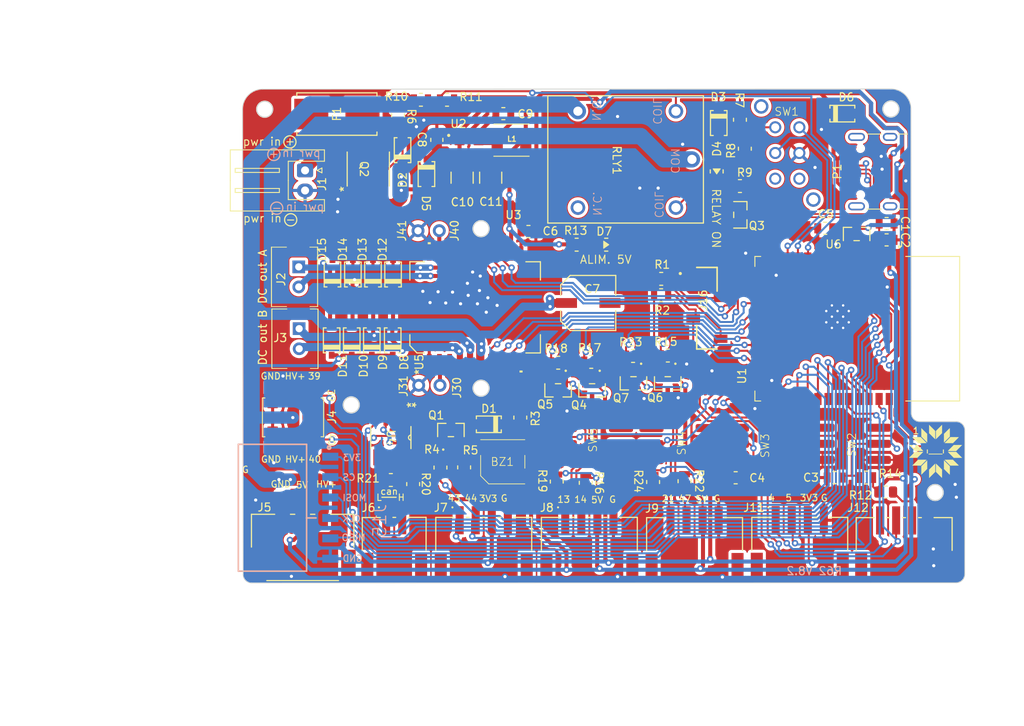
<source format=kicad_pcb>
(kicad_pcb (version 20221018) (generator pcbnew)
  (layers (0 "F.Cu" signal) (31 "B.Cu" signal) (34 "B.Paste" user) (35 "F.Paste" user) (36 "B.SilkS" user "B.Silkscreen") (37 "F.SilkS" user "F.Silkscreen") (38 "B.Mask" user) (39 "F.Mask" user) (44 "Edge.Cuts" user))
  (net 0 "")
  (net 1 "HV+_PROTEGE")
  (net 2 "SDA")
  (net 3 "EN")
  (net 4 "GND")
  (net 5 "buzz_pos")
  (net 6 "+3.3V")
  (net 7 "+5V")
  (net 8 "HV_RELAIS_NO")
  (net 10 "SCL")
  (net 11 "S2")
  (net 12 "S1")
  (net 13 "ESTOP_IN")
  (net 14 "relais")
  (net 15 "HV+_NON_PROTEGE")
  (net 16 "Net-(BZ1--)")
  (net 17 "Net-(Q1-B)")
  (net 18 "Net-(D2-PadA)")
  (net 19 "Net-(D4-K)")
  (net 20 "Net-(D4-A)")
  (net 21 "Net-(Q3-B)")
  (net 22 "Net-(R8-Pad2)")
  (net 23 "OUT3")
  (net 24 "LED")
  (net 25 "CAN-D")
  (net 26 "POMPE_PWM")
  (net 27 "VAC_PWM")
  (net 28 "Net-(D5-K)")
  (net 29 "CAN-R")
  (net 32 "Net-(U4-CANL)")
  (net 33 "Net-(U4-CANH)")
  (net 34 "Net-(U4-RS)")
  (net 35 "POMPE_POL_A")
  (net 36 "POMPE_POL_B")
  (net 37 "VAC_POL_B")
  (net 38 "PRG")
  (net 40 "VAC_POL_A")
  (net 41 "IO_13-HV")
  (net 42 "IO_14-HV")
  (net 43 "USB_D-")
  (net 44 "USB_D+")
  (net 46 "Net-(F1-Pad1)")
  (net 50 "PB_ROUGE")
  (net 52 "PB_VERT")
  (net 54 "Net-(D6-PadA)")
  (net 55 "Net-(D7-A)")
  (net 56 "IO_21-HV")
  (net 57 "IO_47-HV")
  (net 58 "Net-(J12-Pad3)")
  (net 59 "OUT4")
  (net 66 "Net-(U2-BST)")
  (net 67 "Net-(U2-SW)")
  (net 68 "IO_14-LV")
  (net 69 "IO_13-LV")
  (net 70 "Net-(BZ1-+)")
  (net 72 "IO44")
  (net 73 "IO43")
  (net 74 "IO_47-LV")
  (net 75 "IO_21-LV")
  (net 76 "Net-(U5-SENSEA)")
  (net 77 "Net-(U5-SENSEB)")
  (net 78 "MISO")
  (net 79 "CLK")
  (net 80 "MOSI")
  (net 81 "CS")
  (net 82 "unconnected-(U1-IO36-Pad29)")
  (net 84 "IO4")
  (net 85 "IO5")
  (net 86 "Net-(U1-IO17)")
  (net 87 "OUT1")
  (net 88 "OUT2")
  (footprint "footprints:JST_S2B-PH-SM4-EDGE" (layer "F.Cu") (at 123.786248 127.4014 180)
    (fp_text reference "J6")
    (fp_text value "S2B-PH-SM4-EDGE")
  )
  (footprint "footprints:RES_0805" (layer "F.Cu") (at 166.836248 85.790201)
    (fp_text reference "R9")
    (fp_text value "75K")
  )
  (footprint "footprints:RES_0805" (layer "F.Cu") (at 153.529048 106.949401 180)
    (fp_text reference "R23")
    (fp_text value "10K")
  )
  (footprint "footprints:RES_0805" (layer "F.Cu") (at 157.034248 97.348201)
    (fp_text reference "R1")
    (fp_text value "4.7K")
  )
  (footprint "footprints:LOGO_CVM" (layer "F.Cu") (at 191.18975 109.448729 90)
    (fp_text reference "G***" hide)
    (fp_text value "LOGO" hide)
  )
  (footprint "footprints:SOD123_MCC" (layer "F.Cu") (at 127.8 84.2958 -90)
    (fp_text reference "D5")
    (fp_text value "PSBD1DF40V2L")
  )
  (footprint "footprints:5020 smd buzzer" (layer "F.Cu") (at 137.300648 120.124201 180)
    (fp_text reference "BZ1")
    (fp_text value "Buzzer")
  )
  (footprint "footprints:SOD123_MCC" (layer "F.Cu") (at 121.1425 96.8 90)
    (fp_text reference "D13")
    (fp_text value "SS34")
  )
  (footprint "footprints:SN65HVD" (layer "F.Cu") (at 123.368198 117.109401 -90)
    (fp_text reference "U4")
    (fp_text value "SN65HVD230DR")
  )
  (footprint "footprints:SOT-23-3_1P4X3P040_ONS" (layer "F.Cu") (at 148.423348 111.229301 180)
    (fp_text reference "Q4")
    (fp_text value "BSS138")
  )
  (footprint "footprints:BTSA-N-S-5" (layer "F.Cu") (at 169.962848 117.885975)
    (fp_text reference "SW3")
    (fp_text value "SW_DPDT_x2")
  )
  (footprint "footprints:SOD123_MCC" (layer "F.Cu") (at 121 105.0042 90)
    (fp_text reference "D9")
    (fp_text value "SS34")
  )
  (footprint "footprints:SOD123_MCC" (layer "F.Cu") (at 123.6 105.0042 90)
    (fp_text reference "D8")
    (fp_text value "SS34")
  )
  (footprint "footprints:SOD123_MCC_AK" (layer "F.Cu") (at 164.197048 77.942601 -90)
    (fp_text reference "D3")
    (fp_text value "1N4148W-TP")
  )
  (footprint "footprints:RES_0805" (layer "F.Cu") (at 157.021548 99.380201)
    (fp_text reference "R2")
    (fp_text value "4.7K")
  )
  (footprint "footprints:RES_0805" (layer "F.Cu") (at 144.206948 107.787601 180)
    (fp_text reference "R18")
    (fp_text value "10K")
  )
  (footprint "footprints:CAP_0805" (layer "F.Cu") (at 178.624248 122.090201)
    (fp_text reference "C3")
    (fp_text value "0.1uF")
  )
  (footprint "footprints:JST_S4B-PH-SM4-EDGE" (layer "F.Cu") (at 174.286248 127.4014 180)
    (fp_text reference "J11")
    (fp_text value "S4B-PH-SM4-EDGE")
  )
  (footprint "footprints:0154Series_LTF" (layer "F.Cu") (at 116.648248 76.825001)
    (fp_text reference "F1")
    (fp_text value "0154005.DRT")
  )
  (footprint "footprints:CAP_0805" (layer "F.Cu") (at 129.093748 80.040201 -90)
    (fp_text reference "C8")
    (fp_text value "10uF")
  )
  (footprint "footprints:BTSA-N-S-5" (layer "F.Cu") (at 148.525248 117.922201)
    (fp_text reference "SW5")
    (fp_text value "SW_DPDT_x2")
  )
  (footprint "footprints:RES_0805" (layer "F.Cu") (at 148.321748 107.686001 180)
    (fp_text reference "R17")
    (fp_text value "10K")
  )
  (footprint "footprints:35TZV47M6.3X6.1" (layer "F.Cu") (at 147.9449 100.35)
    (fp_text reference "C7")
    (fp_text value "47uF")
  )
  (footprint "footprints:SOD123_MCC" (layer "F.Cu") (at 118.5 105.0042 90)
    (fp_text reference "D10")
    (fp_text value "SS34")
  )
  (footprint "footprints:RES_0805" (layer "F.Cu") (at 126.147848 122.900601 90)
    (fp_text reference "R20")
    (fp_text value "4.7K")
  )
  (footprint "Connector_JST:JST_XH_S2B-XH-A_1x02_P2.50mm_Horizontal" (layer "F.Cu") (at 112.686248 83.840201 -90)
    (fp_text reference "J1")
    (fp_text value "B2B-XH")
  )
  (footprint "footprints:PS-22F03" (layer "F.Cu") (at 172.732848 81.672401 180)
    (fp_text reference "SW1")
    (fp_text value "SW_Push_DPDT")
  )
  (footprint "JST-XH-2:JST_B2B-XH-A(LF)(SN) MINIMUM COURTYARD" (layer "F.Cu") (at 111.375 97.1 90)
    (fp_text reference "J2")
    (fp_text value "B2B-XH")
  )
  (footprint "footprints:JST_S4B-PH-SM4-EDGE" (layer "F.Cu") (at 161.186248 127.4264 180)
    (fp_text reference "J9")
    (fp_text value "S4B-PH-SM4-EDGE")
  )
  (footprint "footprints:RES_0805" (layer "F.Cu") (at 146.503248 93.090201 180)
    (fp_text reference "R13")
    (fp_text value "450")
  )
  (footprint "footprints:RES_0805" (layer "F.Cu") (at 167.448248 81.143001 90)
    (fp_text reference "R8")
    (fp_text value "4.7K")
  )
  (footprint "footprints:RES_0805" (layer "F.Cu") (at 147.636248 122.742601 -90)
    (fp_text reference "R16")
    (fp_text value "10K")
  )
  (footprint "footprints:CAP_0805" (layer "F.Cu") (at 185.101248 90.460401 180)
    (fp_text reference "C1")
    (fp_text value "0.1uF")
  )
  (footprint "footprints:AMPHENOL_54202-S0803LF" (layer "F.Cu") (at 111.186248 114.590201 180)
    (fp_text reference "J4")
    (fp_text value "54202-S0803LF")
  )
  (footprint "connecteurs:PinHeader_1x1_P2.54mm" (layer "F.Cu") (at 129.4 91.35 90)
    (fp_text reference "J40")
    (fp_text value "Conn_01x01_Pin")
  )
  (footprint "footprints:SOD123_MCC" (layer "F.Cu") (at 116 105.0042 90)
    (fp_text reference "D11")
    (fp_text value "SS34")
  )
  (footprint "footprints:SAMTEC_SSM-104-L-SV-BE" (layer "F.Cu") (at 162.723848 101.001401 90)
    (fp_text reference "J16")
    (fp_text value "SSM-104-L-SV-BE")
  )
  (footprint "footprints:R_0805_2012Metric_DOUBLE_JUMPER" (layer "F.Cu") (at 184.986248 123.890201)
    (fp_text reference "R14")
    (fp_text value "0")
  )
  (footprint "footprints:RES_0805" (layer "F.Cu") (at 130.364248 75.047001)
    (fp_text reference "R11")
    (fp_text value "666")
  )
  (footprint "footprints:SOT-23-3_1P4X3P040_ONS" (layer "F.Cu") (at 166.886248 89.372601 -90)
    (fp_text reference "Q3")
    (fp_text value "MMBT2222LT1G")
  )
  (footprint "footprints:RES_0805" (layer "F.Cu") (at 182.535848 122.090201 180)
    (fp_text reference "R12")
    (fp_text value "10K")
  )
  (footprint "footprints:RES_0805" (layer "F.Cu") (at 144.029448 122.590201 -90)
    (fp_text reference "R19")
    (fp_text value "10K")
  )
  (footprint "footprints:JST_S4B-PH-SM4-EDGE" (layer "F.Cu") (at 187.286248 127.4264 180)
    (fp_text reference "J12")
    (fp_text value "S4B-PH-SM4-EDGE")
  )
  (footprint "footprints:PowerSO-20_STM" (layer "F.Cu") (at 133.865 100.8944 90)
    (fp_text reference "U5")
    (fp_text value "L298P")
  )
  (footprint "footprints:CAP_0805" (layer "F.Cu") (at 137.374648 76.774201)
    (fp_text reference "C9")
    (fp_text value "100nF")
  )
  (footprint "footprints:CONN3_S3B-XH_JST" (layer "F.Cu") (at 112.386248 130.790201 180)
    (fp_text reference "J5")
    (fp_text value "B3B-XH-A(LF)(SN)")
  )
  (footprint "footprints:JST_S4B-PH-SM4-EDGE" (layer "F.Cu") (at 148.086248 127.4014 180)
    (fp_text reference "J8")
    (fp_text value "S4B-PH-SM4-EDGE")
  )
  (footprint "connecteurs:PinHeader_1x1_P2.54mm" (layer "F.Cu") (at 126.8356 110.6 -90)
    (fp_text reference "J31")
    (fp_text value "Conn_01x01_Pin")
  )
  (footprint "footprints:JST_S4B-PH-SM4-EDGE" (layer "F.Cu") (at 134.936248 127.4014 180)
    (fp_text reference "J7")
    (fp_text value "S4B-PH-SM4-EDGE")
  )
  (footprint "footprints:BTSA-N-S-5" (layer "F.Cu") (at 180.630848 117.885975)
    (fp_text reference "SW2")
    (fp_text value "SW_DPDT_x2")
  )
  (footprint "footprints:SOD123_MCC" (layer "F.Cu") (at 123.6425 96.8002 90)
    (fp_text reference "D12")
    (fp_text value "SS34")
  )
  (footprint "footprints:CAP_1210" (layer "F.Cu") (at 135.799848 84.749801 90)
    (fp_text reference "C11")
    (fp_text value "22uF")
  )
  (footprint "connecteurs:PinHeader_1x1_P2.54mm" (layer "F.Cu") (at 126.75 91.35 90)
    (fp_text reference "J41")
    (fp_text value "Conn_01x01_Pin")
  )
  (footprint "footprints:CAP_0805" (layer "F.Cu") (at 140.5 91.45 180)
    (fp_text reference "C6")
    (fp_text value "1uF")
  )
  (footprint "footprints:LED_WS2812B2020" (layer "F.Cu") (at 191.171848 119.436601 -90)
    (fp_text reference "LED1" hide)
    (fp_text value "LED_WS2812_2020")
  )
  (footprint "footprints:SOT-23-3_1P4X3P040_ONS" (layer "F.Cu") (at 181.367448 91.760201)
    (fp_text reference "U6")
    (fp_text value "APX803-46SAG-7")
  )
  (footprint "footprints:SOD123_MCC_AK" (layer "F.Cu") (at 179.589448 76.774201)
    (fp_text reference "D6")
    (fp_text value "1N4148W-TP")
  )
  (footprint "footprints:SOT-23-3_1P4X3P040_ONS" (layer "F.Cu") (at 144.194248 111.229301 180)
    (fp_text reference "Q5")
    (fp_text value "BSS138")
  )
  (footprint "footprints:SOT-23-3_1P4X3P040_ONS" (layer "F.Cu") (at 130.844048 116.167001)
    (fp_text reference "Q1")
    (fp_text value "MMBT2222LT1G")
  )
  (footprint "JST-XH-2:JST_B2B-XH-A(LF)(SN) MINIMUM COURTYARD" (layer "F.Cu") (at 111.425 104.8 90)
    (fp_text reference "J3")
    (fp_text value "B2B-XH")
  )
  (footprint "footprints:BTSA-N-S-5" (layer "F.Cu") (at 159.320248 117.922201)
    (fp_text reference "SW4")
    (fp_text value "SW_DPDT_x2")
  )
  (footprint "footprints:RES_0805" (layer "F.Cu") (at 156.024648 122.641801 -90)
    (fp_text reference "R24")
    (fp_text value "10K")
  )
  (footprint "footprints:CAP_0805" (layer "F.Cu") (at 185.101248 92.492401 180)
    (fp_text reference "C2")
    (fp_text value "10uF")
  )
  (footprint "footprints:SOD123_MCC_AK" (layer "F.Cu") (at 135.568448 115.455801 180)
    (fp_text reference "D1")
    (fp_text value "bzt")
  )
  (footprint "footprints:AMS1117-3.3 SOT-89" (layer "F.Cu") (at 140.067048 85.562601 180)
    (fp_text reference "U3")
    (fp_text value "AMS1117-3.3")
  )
  (footprint "footprints:SOT-23-3_1P4X3P040_ONS" (layer "F.Cu") (at 153.579848 110.353001 180)
    (fp_text reference "Q7")
    (fp_text value "BSS138")
  )
  (footprint "footprints:RES_0805" (layer "F.Cu") (at 139.489048 114.620201 90)
    (fp_text reference "R3")
    (fp_text value "10")
  )
  (footprint "connecteurs:PinHeader_1x1_P2.54mm" (layer "F.Cu") (at 129.4856 110.6 -90)
    (fp_text reference "J30")
    (fp_text value "Conn_01x01_Pin")
  )
  (footprint "footprints:RES_0805" (layer "F.Cu") (at 159.936248 122.540201 -90)
    (fp_text reference "R22")
    (fp_text value "10K")
  )
  (footprint "footprints:RES_0805" (layer "F.Cu") (at 127.113048 75.047001)
    (fp_text reference "R10")
    (fp_text value "10K")
  )
  (footprint "footprints:RES_0805" (layer "F.Cu") (at 123.368198 122.392601 180)
    (fp_text reference "R21")
    (fp_text value "120")
  )
  (footprint "footprints:SO-8_VIS" (layer "F.Cu") (at 120.559848 83.672251 90)
    (fp_text reference "Q2")
    (fp_text value "SI4435FDY-T1-GE3")
  )
  (footprint "footprints:J1071CS5VDC.36" (layer "F.Cu") (at 144.363052 82.4694 -90)
    (fp_text reference "RLY1")
    (fp_text value "J1071CS5VDC.36")
  )
  (footprint "footprints:150080RS75000_WRE" (layer "F.Cu") (at 150.186248 93.090201 180)
    (fp_text reference "D7")
    (fp_text value "LED")
  )
  (footprint "footprints:SOD123_MCC" (layer "F.Cu") (at 116.1 96.8 90)
    (fp_text reference "D15")
    (fp_text value "SS34")
  )
  (footprint "footprints:AP63205WU-7" (layer "F.Cu") (at 133.106948 80.431801)
    (fp_text reference "U2")
    (fp_text value "AP63205WU")
  )
  (footprint "footprints:150080RS75000_WRE" (layer "F.Cu") (at 163.943048 83.968751 90)
    (fp_text reference "D4")
    (fp_text value "LED")
  )
  (footprint "footprints:SL0420-4R7M" (layer "F.Cu") (at 138.390148 80.076201)
    (fp_text reference "L1")
    (fp_text value "4.7µH")
  )
  (footprint "footprints:CAP_1210" (layer "F.Cu") (at 132.243848 84.749801 90)
    (fp_text reference "C10")
    (fp_text value "22uF")
  )
  (footprint "footprints:SOT-23-3_1P4X3P040_ONS" (layer "F.Cu") (at 157.847048 110.353001 180)
    (fp_text reference "Q6")
    (fp_text value "BSS138")
  )
  (footprint "footprints:XCVR_ESP32-S3-WROOM-1-N4R2" (layer "F.Cu") (at 181.446848 103.554401 -90)
    (fp_text reference "U1")
    (fp_text value "ESP32-S3-WROOM-1-N4R2")
  )
  (footprint "footprints:SOD123_MCC_AK" (layer "F.Cu") (at 124.827048 81.320801 90)
    (fp_text reference "D2")
    (fp_text value "BZT52C10-TP")
  )
  (footprint "footprints:SOD123_MCC" (layer "F.Cu") (at 118.6425 96.8 90)
    (fp_text reference "D14")
    (fp_text value "SS34")
  )
  (footprint "Connector_USB:USB_C_Receptacle_GCT_USB4105-xx-A_16P_TopMnt_Horizontal" (layer "F.Cu") (at 184.458048 83.989801 90)
    (fp_text reference "P1")
    (fp_text value "USB_C_Receptacle_USB2.0")
  )
  (footprint "footprints:RES_0805" (layer "F.Cu") (at 166.838648 77.536201 90)
    (fp_text reference "R7")
    (fp_text value "450")
  )
  (footprint "footprints:RES_0805" (layer "F.Cu") (at 124.268248 76.977401 -90)
    (fp_text reference "R6")
    (fp_text value "100K")
  )
  (footprint "footprints:RES_0805" (layer "F.Cu") (at 129.546248 120.845001 -90)
    (fp_text reference "R4")
    (fp_text value "4.7K")
  )
  (footprint "footprints:RES_0805" (layer "F.Cu") (at 132.492648 120.819601 -90)
    (fp_text reference "R5")
    (fp_text value "75K")
  )
  (footprint "footprints:CAP_0805" (layer "F.Cu") (at 166.305248 122.113201)
    (fp_text reference "C4")
    (fp_text value "0.1uF")
  )
  (footprint "footprints:CAP_0805" (layer "F.Cu") (at 177.455848 91.049001)
    (fp_text reference "C5")
    (fp_text value "1uF")
  )
  (footprint "footprints:RES_0805" (layer "F.Cu") (at 157.859748 106.898601 180)
    (fp_text reference "R15")
    (fp_text value "10K")
  )
  (footprint "footprints:GCT_BG300-06-X-X-A_REVC" (layer "B.Cu") (at 110.603048 125.847001 -90)
    (fp_text reference "J15")
    (fp_text value "Conn_01x06_Socket")
  )
  (gr_circle (center 109.1556 88.5436) (end 108.546 89.0008) (stroke (width 0.15)) (fill none) (layer "B.SilkS"))
  (gr_circle (center 108.8 81.85) (end 108.1904 82.3072) (stroke (width 0.15)) (fill none) (layer "B.SilkS"))
  (gr_line (start 122.247248 124.540201) (end 124.025248 124.540201) (stroke (width 0.15)) (layer "F.SilkS"))
  (gr_circle (center 110.898248 89.990201) (end 111.507848 90.447401) (stroke (width 0.15)) (fill none) (layer "F.SilkS"))
  (gr_circle (center 110.798248 80.290201) (end 111.407848 80.747401) (stroke (width 0.15)) (fill none) (layer "F.SilkS"))
  (gr_arc (start 194.829448 134.127401) (mid 194.518952 134.877005) (end 193.769347 135.187502) (stroke (width 0.1)) (layer "Edge.Cuts"))
  (gr_circle (center 134.6 91.1) (end 135.6 91.1) (stroke (width 0.15)) (fill none) (layer "Edge.Cuts"))
  (gr_circle (center 191.15 123.95) (end 192.15 123.95) (stroke (width 0.15)) (fill none) (layer "Edge.Cuts"))
  (gr_arc (start 193.775043 115.122505) (mid 194.524649 115.433) (end 194.835144 116.182606) (stroke (width 0.1)) (layer "Edge.Cuts"))
  (gr_line (start 188.134648 76.196401) (end 188.174648 114.061401) (stroke (width 0.1)) (layer "Edge.Cuts"))
  (gr_line (start 189.234749 115.121502) (end 193.775043 115.122505) (stroke (width 0.1)) (layer "Edge.Cuts"))
  (gr_circle (center 118.436248 113.040201) (end 119.436248 113.040201) (stroke (width 0.15)) (fill none) (layer "Edge.Cuts"))
  (gr_arc (start 189.234749 115.121502) (mid 188.485144 114.811006) (end 188.174648 114.061401) (stroke (width 0.1)) (layer "Edge.Cuts"))
  (gr_circle (center 185.634648 76.196401) (end 186.634648 76.196401) (stroke (width 0.15)) (fill none) (layer "Edge.Cuts"))
  (gr_circle (center 134.6 110.962402) (end 135.6 110.962402) (stroke (width 0.15)) (fill none) (layer "Edge.Cuts"))
  (gr_line (start 104.902648 76.226201) (end 104.970552 134.152396) (stroke (width 0.1)) (layer "Edge.Cuts"))
  (gr_arc (start 185.634648 73.696401) (mid 187.402415 74.428634) (end 188.134648 76.196401) (stroke (width 0.1)) (layer "Edge.Cuts"))
  (gr_circle (center 107.663048 76.226201) (end 108.663048 76.226201) (stroke (width 0.15)) (fill none) (layer "Edge.Cuts"))
  (gr_arc (start 106.030653 135.212497) (mid 105.281047 134.902002) (end 104.970552 134.152396) (stroke (width 0.1)) (layer "Edge.Cuts"))
  (gr_arc (start 104.902648 76.226201) (mid 105.634881 74.458434) (end 107.402648 73.726201) (stroke (width 0.1)) (layer "Edge.Cuts"))
  (gr_line (start 193.769347 135.187502) (end 106.030653 135.212497) (stroke (width 0.1)) (layer "Edge.Cuts"))
  (gr_line (start 107.402648 73.726201) (end 185.634648 73.696401) (stroke (width 0.1)) (layer "Edge.Cuts"))
  (gr_line (start 194.835144 116.182606) (end 194.829448 134.127401) (stroke (width 0.1)) (layer "Edge.Cuts"))
  (gr_text "pwr in" (at 115.15 88.95) (layer "B.SilkS") (effects (font (size 1.016 1.016) (thickness 0.127)) (justify left bottom mirror)))
  (gr_text "GND" (at 119.936248 132.640201) (layer "B.SilkS") (effects (font (size 0.8128 0.8128) (thickness 0.127)) (justify left bottom mirror)))
  (gr_text "CS" (at 119.036248 122.540201) (layer "B.SilkS") (effects (font (size 0.8128 0.8128) (thickness 0.127)) (justify left bottom mirror)))
  (gr_text "MISO" (at 120.286248 130.040201) (layer "B.SilkS") (effects (font (size 0.8128 0.8128) (thickness 0.127)) (justify left bottom mirror)))
  (gr_text "R62 V8.2" (at 179.640248 134.305201) (layer "B.SilkS") (effects (font (size 1 1)) (justify left bottom mirror)))
  (gr_text "-" (at 108.453848 88.053399 -180) (layer "B.SilkS") (effects (font (size 1.016 1.016) (thickness 0.127)) (justify left bottom mirror)))
  (gr_text "CLK" (at 119.686248 127.690201) (layer "B.SilkS") (effects (font (size 0.8128 0.8128) (thickness 0.127)) (justify left bottom mirror)))
  (gr_text "MOSI" (at 120.386248 125.090201) (layer "B.SilkS") (effects (font (size 0.8128 0.8128) (thickness 0.127)) (justify left bottom mirror)))
  (gr_text "+" (at 109.498248 82.359799) (layer "B.SilkS") (effects (font (size 1.016 1.016) (thickness 0.127)) (justify left bottom mirror)))
  (gr_text "pwr in" (at 114.7 82.25) (layer "B.SilkS") (effects (font (size 1.016 1.016) (thickness 0.127)) (justify left bottom mirror)))
  (gr_text "3V3" (at 119.736248 120.090201) (layer "B.SilkS") (effects (font (size 0.8128 0.8128) (thickness 0.127)) (justify left bottom mirror)))
  (gr_text "21" (at 157.036248 125.190201) (layer "F.SilkS") (effects (font (size 0.8128 0.8128) (thickness 0.127)) (justify left bottom)))
  (gr_text "-" (at 111.6 89.5 180) (layer "F.SilkS") (effects (font (size 1.016 1.016) (thickness 0.127)) (justify left bottom)))
  (gr_text "ALIM. 5V" (at 146.836248 95.540201) (layer "F.SilkS") (effects (font (size 1.016 1.016) (thickness 0.127)) (justify left bottom)))
  (gr_text "DC out A" (at 108 100.55 90) (layer "F.SilkS") (effects (font (size 1 1)) (justify left bottom)))
  (gr_text "1" (at 188.286248 116.740201) (layer "F.SilkS") (effects (font (size 0.8128 0.8128) (thickness 0.127)) (justify left bottom)))
  (gr_text "5V" (at 148.236248 125.340201) (layer "F.SilkS") (effects (font (size 0.8128 0.8128) (thickness 0.127)) (justify left bottom)))
  (gr_text "HV+" (at 113.986248 123.390201) (layer "F.SilkS") (effects (font (size 0.8128 0.8128) (thickness 0.127)) (justify left bottom)))
  (gr_text "3V3" (at 174.236248 125.090201) (layer "F.SilkS") (effects (font (size 0.8128 0.8128) (thickness 0.127)) (justify left bottom)))
  (gr_text "G" (at 104.761048 121.579801) (layer "F.SilkS") (effects (font (size 0.8128 0.8128) (thickness 0.127)) (justify left bottom)))
  (gr_text "5V" (at 161.236248 125.240201) (layer "F.SilkS") (effects (font (size 0.8128 0.8128) (thickness 0.127)) (justify left bottom)))
  (gr_text "3V3" (at 134.286248 125.190201) (layer "F.SilkS") (effects (font (size 0.8128 0.8128) (thickness 0.127)) (justify left bottom)))
  (gr_text "44" (at 132.486248 125.140201) (layer "F.SilkS") (effects (font (size 0.8128 0.8128) (thickness 0.127)) (justify left bottom)))
  (gr_text "G" (at 163.486248 125.190201) (layer "F.SilkS") (effects (font (size 0.8128 0.8128) (thickness 0.127)) (justify left bottom)))
  (gr_text "RELAY ON" (at 163.286248 86.040201 270) (layer "F.SilkS") (effects (font (size 1.016 1.016) (thickness 0.127)) (justify left bottom)))
  (gr_text "HV+" (at 110.086248 109.940201) (layer "F.SilkS") (effects (font (size 0.8128 0.8128) (thickness 0.127)) (justify left bottom)))
  (gr_text "5V" (at 111.486248 123.490201) (layer "F.SilkS") (effects (font (size 0.8128 0.8128) (thickness 0.127)) (justify left bottom)))
  (gr_text "HV+" (at 110.136248 120.290201) (layer "F.SilkS") (effects (font (size 0.8128 0.8128) (thickness 0.127)) (justify left bottom)))
  (gr_text "GND" (at 107.086248 109.940201) (layer "F.SilkS") (effects (font (size 0.8128 0.8128) (thickness 0.127)) (justify left bottom)))
  (gr_text "can" (at 121.993248 124.286201) (layer "F.SilkS") (effects (font (size 0.8128 0.8128) (thickness 0.127)) (justify left bottom)))
  (gr_text "GND" (at 108.336248 123.390201) (layer "F.SilkS") (effects (font (size 0.8128 0.8128) (thickness 0.127)) (justify left bottom)))
  (gr_text "+" (at 110.1 80.8) (layer "F.SilkS") (effects (font (size 1.016 1.016) (thickness 0.127)) (justify left bottom)))
  (gr_text "G" (at 176.836248 125.090201) (layer "F.SilkS") (effects (font (size 0.8128 0.8128) (thickness 0.127)) (justify left bottom)))
  (gr_text "39" (at 112.986248 109.940201) (layer "F.SilkS") (effects (font (size 0.8128 0.8128) (thickness 0.127)) (justify left bottom)))
  (gr_text "47" (at 159.136248 125.190201) (layer "F.SilkS") (effects (font (size 0.8128 0.8128) (thickness 0.127)) (justify left bottom)))
  (gr_text "H" (at 124.152248 125.048201) (layer "F.SilkS") (effects (font (size 0.8128 0.8128) (thickness 0.127)) (justify left bottom)))
  (gr_text "pwr in" (at 104.854648 80.849001) (layer "F.SilkS") (effects (font (size 1.016 1.016) (thickness 0.127)) (justify left bottom)))
  (gr_text "43" (at 130.386248 125.140201) (layer "F.SilkS") (effects (font (size 0.8128 0.8128) (thickness 0.127)) (justify left bottom)))
  (gr_text "GND" (at 107.136248 120.290201) (layer "F.SilkS") (effects (font (size 0.8128 0.8128) (thickness 0.127)) (justify left bottom)))
  (gr_text "40" (at 115.5 116.5 270) (layer "F.SilkS") (effects (font (size 0.8128 0.8128) (thickness 0.127)) (justify left bottom)))
  (gr_text "5" (at 172.436248 125.090201) (layer "F.SilkS") (effects (font (size 0.8128 0.8128) (thickness 0.127)) (justify left bottom)))
  (gr_text "4" (at 170.336248 125.090201) (layer "F.SilkS") (effects (font (size 0.8128 0.8128) (thickness 0.127)) (justify left bottom)))
  (gr_text "L" (at 121.485248 125.048201) (layer "F.SilkS") (effects (font (size 0.8128 0.8128) (thickness 0.127)) (justify left bottom)))
  (gr_text "39" (at 115.45 111 270) (layer "F.SilkS") (effects (font (size 0.8128 0.8128) (thickness 0.127)) (justify left bottom)))
  (gr_text "pwr in" (at 104.903848 90.396601) (layer "F.SilkS") (effects (font (size 1.016 1.016) (thickness 0.127)) (justify left bottom)))
  (gr_text "40" (at 113.036248 120.290201) (layer "F.SilkS") (effects (font (size 0.8128 0.8128) (thickness 0.127)) (justify left bottom)))
  (gr_text "G" (at 150.486248 125.290201) (layer "F.SilkS") (effects (font (size 0.8128 0.8128) (thickness 0.127)) (justify left bottom)))
  (gr_text "13" (at 144.036248 125.290201) (layer "F.SilkS") (effects (font (size 0.8128 0.8128) (thickness 0.127)) (justify left bottom)))
  (gr_text "G" (at 136.986248 125.140201) (layer "F.SilkS") (effects (font (size 0.8128 0.8128) (thickness 0.127)) (justify left bottom)))
  (gr_text "14" (at 146.136248 125.290201) (layer "F.SilkS") (effects (font (size 0.8128 0.8128) (thickness 0.127)) (justify left bottom)))
  (gr_text "DC out B" (at 108 108.2 90) (layer "F.SilkS") (effects (font (size 1 1)) (justify left bottom)))
  (segment (start 121.032948 87.158401) (end 121.159948 87.285401) (width 1.524) (layer "F.Cu") (net 1))
  (segment (start 125.208048 86.197601) (end 124.674648 86.731001) (width 0.5) (layer "F.Cu") (net 1))
  (segment (start 127.824248 86.197601) (end 125.208048 86.197601) (width 0.5) (layer "F.Cu") (net 1))
  (segment (start 123.804648 88.152151) (end 124.674648 87.282151) (width 1.524) (layer "F.Cu") (net 1))
  (segment (start 121.159948 88.152151) (end 123.804648 88.152151) (width 1.524) (layer "F.Cu") (net 1))
  (segment (start 124.979448 83.200401) (end 124.979448 84.343401) (width 0.25) (layer "F.Cu") (net 1))
  (segment (start 124.979448 84.343401) (end 124.674648 84.648201) (width 0.25) (layer "F.Cu") (net 1))
  (segment (start 121.159948 87.285401) (end 121.159948 88.152151) (width 1.524) (layer "F.Cu") (net 1))
  (segment (start 119.162848 87.158401) (end 121.032948 87.158401) (width 1.524) (layer "F.Cu") (net 1))
  (segment (start 124.674648 87.282151) (end 124.674648 84.648201) (width 1.524) (layer "F.Cu") (net 1))
  (via (at 124.674648 86.324601) (size 0.8) (drill 0.4) (layers "F.Cu" "B.Cu") (net 1))
  (via (at 124.674648 84.648201) (size 0.8) (drill 0.4) (layers "F.Cu" "B.Cu") (net 1))
  (via (at 124.674648 85.511801) (size 0.8) (drill 0.4) (layers "F.Cu" "B.Cu") (net 1))
  (segment (start 124.573048 83.733801) (end 124.573048 86.832601) (width 2.032) (layer "B.Cu") (net 1))
  (segment (start 160.86305 82.4694) (end 157.374288 82.4694) (width 2.032) (layer "B.Cu") (net 1))
  (segment (start 157.374288 82.4694) (end 154.473089 79.568201) (width 2.032) (layer "B.Cu") (net 1))
  (segment (start 128.738648 79.568201) (end 124.573048 83.733801) (width 2.032) (layer "B.Cu") (net 1))
  (segment (start 154.473089 79.568201) (end 128.738648 79.568201) (width 2.032) (layer "B.Cu") (net 1))
  (segment (start 164.426348 103.621305) (end 161.391046 100.586003) (width 0.25) (layer "F.Cu") (net 2))
  (segment (start 161.846448 113.133201) (end 161.846448 107.391301) (width 0.25) (layer "F.Cu") (net 2))
  (segment (start 171.018391 129.679938) (end 170.825985 129.679938) (width 0.25) (layer "F.Cu") (net 2))
  (segment (start 181.192648 114.140201) (end 180.356848 113.304401) (width 0.25) (layer "F.Cu") (net 2))
  (segment (start 160.527446 100.586003) (end 158.603848 98.662405) (width 0.25) (layer "F.Cu") (net 2))
  (segment (start 157.910548 97.688801) (end 157.910548 97.348201) (width 0.25) (layer "F.Cu") (net 2))
  (segment (start 164.426348 104.811401) (end 164.426348 103.621305) (width 0.25) (layer "F.Cu") (net 2))
  (segment (start 170.293048 129.147001) (end 170.293048 116.703001) (width 0.25) (layer "F.Cu") (net 2))
  (segment (start 180.356848 113.304401) (end 180.356848 112.304401) (width 0.25) (layer "F.Cu") (net 2))
  (segment (start 163.324222 114.610975) (end 161.846448 113.133201) (width 0.25) (layer "F.Cu") (net 2))
  (segment (start 184.872648 130.063401) (end 184.286248 129.477001) (width 0.25) (layer "F.Cu") (net 2))
  (segment (start 170.825985 129.679938) (end 170.293048 129.147001) (width 0.25) (layer "F.Cu") (net 2))
  (segment (start 161.846448 107.391301) (end 164.426348 104.811401) (width 0.25) (layer "F.Cu") (net 2))
  (segment (start 183.610748 114.140201) (end 181.192648 114.140201) (width 0.25) (layer "F.Cu") (net 2))
  (segment (start 161.391046 100.586003) (end 160.527446 100.586003) (width 0.25) (layer "F.Cu") (net 2))
  (segment (start 158.603848 98.662405) (end 158.603848 98.382101) (width 0.25) (layer "F.Cu") (net 2))
  (segment (start 184.286248 129.477001) (end 184.286248 127.859401) (width 0.25) (layer "F.Cu") (net 2))
  (segment (start 170.293048 116.703001) (end 168.201022 114.610975) (width 0.25) (layer "F.Cu") (net 2))
  (segment (start 171.674866 130.336413) (end 171.018391 129.679938) (width 0.25) (layer "F.Cu") (net 2))
  (segment (start 158.603848 98.382101) (end 157.910548 97.688801) (width 0.25) (layer "F.Cu") (net 2))
  (segment (start 183.810748 114.340201) (end 183.610748 114.140201) (width 0.25) (layer "F.Cu") (net 2))
  (segment (start 168.201022 114.610975) (end 163.324222 114.610975) (width 0.25) (layer "F.Cu") (net 2))
  (via (at 171.674866 130.336413) (size 0.8) (drill 0.4) (layers "F.Cu" "B.Cu") (net 2))
  (via (at 184.872648 130.063401) (size 0.8) (drill 0.4) (layers "F.Cu" "B.Cu") (net 2))
  (via (at 183.810748 114.340201) (size 0.8) (drill 0.4) (layers "F.Cu" "B.Cu") (net 2))
  (segment (start 184.235948 129.426701) (end 184.872648 130.063401) (width 0.25) (layer "B.Cu") (net 2))
  (segment (start 171.674866 130.336413) (end 171.674866 131.140419) (width 0.25) (layer "B.Cu") (net 2))
  (segment (start 183.810748 114.340201) (end 184.235948 114.765401) (width 0.25) (layer "B.Cu") (net 2))
  (segment (start 184.872648 130.063401) (end 184.821848 130.012601) (width 0.25) (layer "B.Cu") (net 2))
  (segment (start 171.674866 131.140419) (end 171.968148 131.433701) (width 0.25) (layer "B.Cu") (net 2))
  (segment (start 183.502348 131.433701) (end 184.872648 130.063401) (width 0.25) (layer "B.Cu") (net 2))
  (segment (start 171.968148 131.433701) (end 183.502348 131.433701) (width 0.25) (layer "B.Cu") (net 2))
  (segment (start 184.235948 114.765401) (end 184.235948 129.426701) (width 0.25) (layer "B.Cu") (net 2))
  (segment (start 181.273348 91.729601) (end 180.763048 91.729601) (width 0.25) (layer "F.Cu") (net 3))
  (segment (start 180.757848 117.885975) (end 184.130848 117.885975) (width 0.25) (layer "F.Cu") (net 3))
  (segment (start 180.713398 121.859201) (end 180.757848 121.814751) (width 0.25) (layer "F.Cu") (net 3))
  (segment (start 186.577648 101.381625) (end 184.166848 98.970825) (width 0.25) (layer "F.Cu") (net 3))
  (segment (start 178.383648 91.049001) (end 178.383648 91.557001) (width 0.25) (layer "F.Cu") (net 3))
  (segment (start 183.671848 93.729401) (end 184.166848 94.224401) (width 0.25) (layer "F.Cu") (net 3))
  (segment (start 184.166848 98.970825) (end 184.166848 94.804401) (width 0.25) (layer "F.Cu") (net 3))
  (segment (start 185.411322 108.117472) (end 186.577648 106.951146) (width 0.25) (layer "F.Cu") (net 3))
  (segment (start 180.082448 91.049001) (end 178.383648 91.049001) (width 0.25) (layer "F.Cu") (net 3))
  (segment (start 182.319948 92.776201) (end 181.273348 91.729601) (width 0.25) (layer "F.Cu") (net 3))
  (segment (start 180.763048 91.729601) (end 180.082448 91.049001) (width 0.25) (layer "F.Cu") (net 3))
  (segment (start 185.782022 117.885975) (end 184.130848 117.885975) (width 0.25) (layer "F.Cu") (net 3))
  (segment (start 180.713398 121.859201) (end 181.615098 121.859201) (width 0.25) (layer "F.Cu") (net 3))
  (segment (start 180.757848 121.814751) (end 180.757848 117.885975) (width 0.25) (layer "F.Cu") (net 3))
  (segment (start 179.482198 121.859201) (end 180.713398 121.859201) (width 0.25) (layer "F.Cu") (net 3))
  (segment (start 186.386248 118.490201) (end 185.782022 117.885975) (width 0.25) (layer "F.Cu") (net 3))
  (segment (start 183.091848 93.729401) (end 183.671848 93.729401) (width 0.25) (layer "F.Cu") (net 3))
  (segment (start 184.166848 94.224401) (end 184.166848 94.804401) (width 0.25) (layer "F.Cu") (net 3))
  (segment (start 182.346048 92.983601) (end 183.091848 93.729401) (width 0.25) (layer "F.Cu") (net 3))
  (segment (start 186.577648 106.951146) (end 186.577648 101.381625) (width 0.25) (layer "F.Cu") (net 3))
  (via (at 186.386248 118.490201) (size 0.8) (drill 0.4) (layers "F.Cu" "B.Cu") (net 3))
  (via (at 185.411322 108.117472) (size 0.8) (drill 0.4) (layers "F.Cu" "B.Cu") (net 3))
  (segment (start 185.685448 108.391598) (end 185.411322 108.117472) (width 0.25) (layer "B.Cu") (net 3))
  (segment (start 185.685448 117.789401) (end 185.685448 108.391598) (width 0.25) (layer "B.Cu") (net 3))
  (segment (start 186.386248 118.490201) (end 185.685448 117.789401) (width 0.25) (layer "B.Cu") (net 3))
  (segment (start 167.448248 85.753101) (end 167.511748 85.816601) (width 0.25) (layer "F.Cu") (net 4))
  (via (at 109.936248 109.440201) (size 0.8) (drill 0.4) (layers "F.Cu" "B.Cu") (net 4))
  (via (at 164.654248 134.483001) (size 0.8) (drill 0.4) (layers "F.Cu" "B.Cu") (net 4))
  (via (at 106.536248 124.890201) (size 0.8) (drill 0.4) (layers "F.Cu" "B.Cu") (net 4))
  (via (at 127.35 98.9) (size 0.8) (drill 0.4) (layers "F.Cu" "B.Cu") (net 4))
  (via (at 135.25 101.5) (size 0.8) (drill 0.4) (layers "F.Cu" "B.Cu") (net 4))
  (via (at 108.786248 120.240201) (size 0.8) (drill 0.4) (layers "F.Cu" "B.Cu") (net 4))
  (via (at 159.701248 80.584201) (size 0.8) (drill 0.4) (layers "F.Cu" "B.Cu") (net 4))
  (via (at 130.2 100.35) (size 0.8) (drill 0.4) (layers "F.Cu" "B.Cu") (net 4))
  (via (at 154.367248 86.045201) (size 0.8) (drill 0.4) (layers "F.Cu" "B.Cu") (net 4))
  (via (at 176.986248 78.740201) (size 0.8) (drill 0.4) (layers "F.Cu" "B.Cu") (net 4))
  (via (at 187.486248 85.140201) (size 0.8) (drill 0.4) (layers "F.Cu" "B.Cu") (net 4))
  (via (at 134.15 100.45) (size 0.8) (drill 0.4) (layers "F.Cu" "B.Cu") (net 4))
  (via (at 137.577848 134.418101) (size 0.8) (drill 0.4) (layers "F.Cu" "B.Cu") (net 4))
  (via (at 178.776648 93.030201) (size 0.8) (drill 0.4) (layers "F.Cu" "B.Cu") (net 4))
  (via (at 151.598648 134.432201) (size 0.8) (drill 0.4) (layers "F.Cu" "B.Cu") (net 4))
  (via (at 126.554248 78.399801) (size 0.8) (drill 0.4) (layers "F.Cu" "B.Cu") (net 4))
  (via (at 185.177448 98.364201) (size 0.8) (drill 0.4) (layers "F.Cu" "B.Cu") (net 4))
  (via (at 128.25 100.3) (size 0.8) (drill 0.4) (layers "F.Cu" "B.Cu") (net 4))
  (via (at 193.636248 122.940201) (size 0.8) (drill 0.4) (layers "F.Cu" "B.Cu") (net 4))
  (via (at 151.598648 77.129801) (size 0.8) (drill 0.4) (layers "F.Cu" "B.Cu") (net 4))
  (via (at 133.55 96.5) (size 0.8) (drill 0.4) (layers "F.Cu" "B.Cu") (net 4))
  (via (at 193.786248 124.540201) (size 0.8) (drill 0.4) (layers "F.Cu" "B.Cu") (net 4))
  (via (at 129.25 98.95) (size 0.8) (drill 0.4) (layers "F.Cu" "B.Cu") (net 4))
  (via (at 184.536248 83.690201) (size 0.8) (drill 0.4) (layers "F.Cu" "B.Cu") (net 4))
  (via (at 163.35 108.8) (size 0.8) (drill 0.4) (layers "F.Cu" "B.Cu") (net 4))
  (via (at 160.2 107.95) (size 0.8) (drill 0.4) (layers "F.Cu" "B.Cu") (net 4))
  (via (at 134.5 97) (size 0.8) (drill 0.4) (layers "F.Cu" "B.Cu") (net 4))
  (via (at 159.15 112.15) (size 0.8) (drill 0.4) (layers "F.Cu" "B.Cu") (net 4))
  (via (at 145.3 113.8) (size 0.8) (drill 0.4) (layers "F.Cu" "B.Cu") (net 4))
  (via (at 168.7 113.5) (size 0.8) (drill 0.4) (layers "F.Cu" "B.Cu") (net 4))
  (via (at 184.436248 82.090201) (size 0.8) (drill 0.4) (layers "F.Cu" "B.Cu") (net 4))
  (via (at 154.9 112.25) (size 0.8) (drill 0.4) (layers "F.Cu" "B.Cu") (net 4))
  (via (at 190.968648 133.060601) (size 0.8) (drill 0.4) (layers "F.Cu" "B.Cu") (net 4))
  (via (at 167.55 94.15) (size 0.8) (drill 0.4) (layers "F.Cu" "B.Cu") (net 4))
  (via (at 131.05 99) (size 0.8) (drill 0.4) (layers "F.Cu" "B.Cu") (net 4))
  (via (at 171.35 96.9) (size 0.8) (drill 0.4) (layers "F.Cu" "B.Cu") (net 4))
  (via (at 132.9 97.9) (size 0.8) (drill 0.4) (layers "F.Cu" "B.Cu") (net 4))
  (via (at 133 99.4) (size 0.8) (drill 0.4) (layers "F.Cu" "B.Cu") (net 4))
  (via (at 127.468648 77.587001) (size 0.8) (drill 0.4) (layers "F.Cu" "B.Cu") (net 4))
  (via (at 135.45 99.7) (size 0.8) (drill 0.4) (layers "F.Cu" "B.Cu") (net 4))
  (via (at 116.786248 87.440201) (size 0.8) (drill 0.4) (layers "F.Cu" "B.Cu") (net 4))
  (via (at 170.8 110) (size 0.8) (drill 0.4) (layers "F.Cu" "B.Cu") (net 4))
  (via (at 190.917848 130.977801) (size 0.8) (drill 0.4) (layers "F.Cu" "B.Cu") (net 4))
  (via (at 110.986248 134.390201) (size 0.8) (drill 0.4) (layers "F.Cu" "B.Cu") (net 4))
  (via (at 134.4 98.8) (size 0.8) (drill 0.4) (layers "F.Cu" "B.Cu") (net 4))
  (via (at 116.736248 88.990201) (size 0.8) (drill 0.4) (layers "F.Cu" "B.Cu") (net 4))
  (via (at 132.05 100.45) (size 0.8) (drill 0.4) (layers "F.Cu" "B.Cu") (net 4))
  (via (at 136.6 100.65) (size 0.8) (drill 0.4) (layers "F.Cu" "B.Cu") (net 4))
  (via (at 156.653248 86.045201) (size 0.8) (drill 0.4) (layers "F.Cu" "B.Cu") (net 4))
  (via (at 176.185848 83.475401) (size 0.8) (drill 0.4) (layers "F.Cu" "B.Cu") (net 4))
  (segment (start 130.161048 123.154601) (end 130.059448 123.053001) (width 0.25) (layer "F.Cu") (net 5))
  (segment (start 130.161048 123.053001) (end 130.161048 123.154601) (width 0.25) (layer "F.Cu") (net 5))
  (segment (start 171.466848 111.559601) (end 171.466848 112.304401) (width 0.25) (layer "F.Cu") (net 5))
  (segment (start 129.546248 121.721301) (end 129.546248 122.539801) (width 0.25) (layer "F.Cu") (net 5))
  (segment (start 130.059448 123.053001) (end 130.161048 123.053001) (width 0.25) (layer "F.Cu") (net 5))
  (segment (start 172.886248 110.140201) (end 171.466848 111.559601) (width 0.25) (layer "F.Cu") (net 5))
  (segment (start 129.546248 122.539801) (end 130.059448 123.053001) (width 0.25) (layer "F.Cu") (net 5))
  (via (at 172.886248 110.140201) (size 0.8) (drill 0.4) (layers "F.Cu" "B.Cu") (net 5))
  (via (at 130.161048 123.053001) (size 0.8) (drill 0.4) (layers "F.Cu" "B.Cu") (net 5))
  (segment (start 151.598648 127.320201) (end 153.884648 125.034201) (width 0.25) (layer "B.Cu") (net 5))
  (segment (start 153.884648 125.034201) (end 175.280652 125.034201) (width 0.25) (layer "B.Cu") (net 5))
  (segment (start 133.978248 126.870201) (end 136.910248 126.870201) (width 0.25) (layer "B.Cu") (net 5))
  (segment (start 172.886248 110.140201) (end 172.786248 110.140201) (width 0.25) (layer "B.Cu") (net 5))
  (segment (start 177.436248 122.878605) (end 177.436248 112.229999) (width 0.25) (layer "B.Cu") (net 5))
  (segment (start 130.161048 123.053001) (end 133.978248 126.870201) (width 0.25) (layer "B.Cu") (net 5))
  (segment (start 175.34645 110.140201) (end 172.886248 110.140201) (width 0.25) (layer "B.Cu") (net 5))
  (segment (start 136.910248 126.870201) (end 137.374648 127.334601) (width 0.25) (layer "B.Cu") (net 5))
  (segment (start 177.436248 112.229999) (end 175.34645 110.140201) (width 0.25) (layer "B.Cu") (net 5))
  (segment (start 175.280652 125.034201) (end 177.436248 122.878605) (width 0.25) (layer "B.Cu") (net 5))
  (segment (start 137.389048 127.320201) (end 151.598648 127.320201) (width 0.25) (layer "B.Cu") (net 5))
  (segment (start 137.374648 127.334601) (end 137.389048 127.320201) (width 0.25) (layer "B.Cu") (net 5))
  (segment (start 159.053848 98.476009) (end 159.053848 98.195705) (width 0.25) (layer "F.Cu") (net 6))
  (segment (start 158.799548 109.375101) (end 160.031448 110.607001) (width 0.25) (layer "F.Cu") (net 6))
  (segment (start 184.036248 87.840201) (end 184.036248 90.323201) (width 0.5) (layer "F.Cu") (net 6))
  (segment (start 148.996648 74.934201) (end 149.414248 75.351801) (width 0.5) (layer "F.Cu") (net 6))
  (segment (start 163.136248 132.241801) (end 163.130248 132.247801) (width 0.5) (layer "F.Cu") (net 6))
  (segment (start 175.407848 127.188401) (end 175.407848 132.296701) (width 0.25) (layer "F.Cu") (net 6))
  (segment (start 127.570248 124.780201) (end 127.570248 121.275001) (width 0.5) (layer "F.Cu") (net 6))
  (segment (start 156.232948 96.350101) (end 156.157948 96.425101) (width 0.25) (layer "F.Cu") (net 6))
  (segment (start 185.591048 82.085401) (end 185.591048 86.285401) (width 0.5) (layer "F.Cu") (net 6))
  (segment (start 154.532348 107.076401) (end 154.405348 106.949401) (width 0.25) (layer "F.Cu") (net 6))
  (segment (start 183.412148 121.859201) (end 183.412148 123.228601) (width 0.25) (layer "F.Cu") (net 6))
  (segment (start 155.256248 110.861001) (end 155.205448 110.810201) (width 0.25) (layer "F.Cu") (net 6))
  (segment (start 150.481048 132.705001) (end 150.075248 132.299201) (width 0.5) (layer "F.Cu") (net 6))
  (segment (start 184.173448 90.460401) (end 184.173448 92.492401) (width 0.25) (layer "F.Cu") (net 6))
  (segment (start 150.075248 132.299201) (end 150.075248 121.631201) (width 0.5) (layer "F.Cu") (net 6))
  (segment (start 141.489448 76.266201) (end 142.821448 74.934201) (width 0.5) (layer "F.Cu") (net 6))
  (segment (start 175.407848 132.296701) (end 175.830248 132.719101) (width 0.25) (layer "F.Cu") (net 6))
  (segment (start 185.986248 81.690201) (end 185.591048 82.085401) (width 0.5) (layer "F.Cu") (net 6))
  (segment (start 135.444248 132.719101) (end 135.936248 132.227101) (width 0.5) (layer "F.Cu") (net 6))
  (segment (start 154.532348 110.137101) (end 155.205448 110.810201) (width 0.25) (layer "F.Cu") (net 6))
  (segment (start 184.036248 90.323201) (end 184.173448 90.460401) (width 0.5) (layer "F.Cu") (net 6))
  (segment (start 163.130248 132.146201) (end 163.130248 132.146201) (width 0.5) (layer "F.Cu") (net 6))
  (segment (start 135.936248 132.227101) (end 135.936248 125.940201) (width 0.5) (layer "F.Cu") (net 6))
  (segment (start 158.616548 96.350101) (end 156.232948 96.350101) (width 0.25) (layer "F.Cu") (net 6))
  (segment (start 150.075248 121.631201) (end 148.855448 120.411401) (width 0.5) (layer "F.Cu") (net 6))
  (segment (start 185.436848 96.413801) (end 185.609248 96.586201) (width 0.508) (layer "F.Cu") (net 6))
  (segment (start 161.208648 121.080601) (end 162.123048 121.080601) (width 0.5) (layer "F.Cu") (net 6))
  (segment (start 155.205448 110.810201) (end 155.256248 110.810201) (width 0.25) (layer "F.Cu") (net 6))
  (segment (start 159.053848 98.195705) (end 158.616548 97.758405) (width 0.25) (layer "F.Cu") (net 6))
  (segment (start 184.173448 92.492401) (end 185.436848 93.755801) (width 0.25) (layer "F.Cu") (net 6))
  (segment (start 163.130248 132.247801) (end 163.231848 132.247801) (width 0.25) (layer "F.Cu") (net 6))
  (segment (start 158.616548 97.758405) (end 158.616548 96.350101) (width 0.25) (layer "F.Cu") (net 6))
  (segment (start 127.570248 121.275001) (end 126.847848 120.552601) (width 0.5) (layer "F.Cu") (net 6))
  (segment (start 123.201448 117.719001) (end 123.201448 117.668201) (width 0.5) (layer "F.Cu") (net 6))
  (segment (start 154.354548 106.898601) (end 154.405348 106.949401) (width 0.25) (layer "F.Cu") (net 6))
  (segment (start 156.157948 99.367501) (end 156.145248 99.380201) (width 0.25) (layer "F.Cu") (net 6))
  (segment (start 140.067048 82.912601) (end 141.489448 81.490201) (width 0.5) (layer "F.Cu") (net 6))
  (segment (start 156.145248 99.380201) (end 156.145248 105.209501) (width 0.25) (layer "F.Cu") (net 6))
  (segment (start 156.157948 96.425101) (end 156.157948 97.348201) (width 0.25) (layer "F.Cu") (net 6))
  (segment (start 185.336248 122.190201) (end 184.073748 123.452701) (width 0.5) (layer "F.Cu") (net 6))
  (segment (start 150.036248 111.584901) (end 149.375848 110.924501) (width 0.25) (layer "F.Cu") (net 6))
  (segment (start 156.157948 97.348201) (end 156.157948 99.367501) (width 0.25) (layer "F.Cu") (net 6))
  (segment (start 183.412148 123.228601) (end 184.073748 123.890201) (width 0.25) (layer "F.Cu") (net 6))
  (segment (start 150.036248 113.040201) (end 150.036248 111.584901) (width 0.5) (layer "F.Cu") (net 6))
  (segment (start 160.30924 99.731401) (end 159.053848 98.476009) (width 0.25) (layer "F.Cu") (net 6))
  (segment (start 122.733198 114.645601) (end 122.733198 115.850451) (width 0.25) (layer "F.Cu") (net 6))
  (segment (start 122.733198 115.850451) (end 122.439448 116.144201) (width 0.25) (layer "F.Cu") (net 6))
  (segment (start 187.136248 122.190201) (end 185.336248 122.190201) (width 0.5) (layer "F.Cu") (net 6))
  (segment (start 162.123048 121.080601) (end 163.136248 122.093801) (width 0.5) (layer "F.Cu") (net 6))
  (segment (start 118.605199 130.39245) (end 118.578648 130.419001) (width 0.5) (layer "F.Cu") (net 6))
  (segment (start 163.231848 132.247801) (end 163.181048 132.197001) (width 0.25) (layer "F.Cu") (net 6))
  (segment (start 149.375848 110.924501) (end 149.375848 110.213301) (width 0.25) (layer "F.Cu") (net 6))
  (segment (start 158.799548 109.337001) (end 158.799548 106.962101) (width 0.25) (layer "F.Cu") (net 6))
  (segment (start 164.426348 99.731401) (end 160.30924 99.731401) (width 0.25) (layer "F.Cu") (net 6))
  (segment (start 135.936248 125.940201) (end 134.776248 124.780201) (width 0.5) (layer "F.Cu") (net 6))
  (segment (start 126.847848 120.552601) (end 126.847848 118.165001) (width 0.5) (layer "F.Cu") (net 6))
  (segment (start 149.375848 110.213301) (end 149.375848 107.863801) (width 0.25) (layer "F.Cu") (net 6))
  (segment (start 145.146748 110.213301) (end 145.859348 110.213301) (width 0.25) (layer "F.Cu") (net 6))
  (segment (start 185.436848 94.804401) (end 185.436848 96.413801) (width 0.508) (layer "F.Cu") (net 6))
  (segment (start 154.532348 109.337001) (end 154.532348 110.137101) (width 0.25) (layer "F.Cu") (net 6))
  (segment (start 145.146748 110.213301) (end 145.146748 107.851101) (width 0.25) (layer "F.Cu") (net 6))
  (segment (start 185.436848 93.755801) (end 185.436848 94.804401) (width 0.25) (layer "F.Cu") (net 6))
  (segment (start 184.073748 123.452701) (end 184.073748 123.890201) (width 0.5) (layer "F.Cu") (net 6))
  (segment (start 158.799548 109.337001) (end 158.799548 109.375101) (width 0.25) (layer "F.Cu") (net 6))
  (segment (start 142.821448 74.934201) (end 148.996648 74.934201) (width 0.5) (layer "F.Cu") (net 6))
  (segment (start 155.256248 110.810201) (end 155.256248 110.861001) (width 0.25) (layer "F.Cu") (net 6))
  (segment (start 145.859348 110.213301) (end 146.036248 110.390201) (width 0.25) (layer "F.Cu") (net 6))
  (segment (start 148.855448 114.221001) (end 150.036248 113.040201) (width 0.5) (layer "F.Cu") (net 6))
  (segment (start 160.031448 119.903401) (end 161.208648 121.080601) (width 0.5) (layer "F.Cu") (net 6))
  (segment (start 185.591048 86.285401) (end 184.036248 87.840201) (width 0.5) (layer "F.Cu") (net 6))
  (segment (start 118.605199 126.394166) (end 118.605199 130.39245) (width 0.5) (layer "F.Cu") (net 6))
  (segment (start 141.489448 81.490201) (end 141.489448 76.266201) (width 0.5) (layer "F.Cu") (net 6))
  (segment (start 140.067048 83.562601) (end 140.067048 82.912601) (width 0.5) (layer "F.Cu") (net 6))
  (segment (start 163.136248 122.093801) (end 163.136248 132.241801) (width 0.5) (layer "F.Cu") (net 6))
  (segment (start 160.031448 110.607001) (end 160.031448 119.903401) (width 0.5) (layer "F.Cu") (net 6))
  (segment (start 134.776248 124.780201) (end 127.570248 124.780201) (width 0.5) (layer "F.Cu") (net 6))
  (segment (start 126.351048 117.668201) (end 123.201448 117.719001) (width 0.5) (layer "F.Cu") (net 6))
  (segment (start 126.847848 118.165001) (end 126.351048 117.668201) (width 0.5) (layer "F.Cu") (net 6))
  (segment (start 156.145248 105.209501) (end 154.405348 106.949401) (width 0.25) (layer "F.Cu") (net 6))
  (segment (start 158.799548 106.962101) (end 158.736048 106.898601) (width 0.25) (layer "F.Cu") (net 6))
  (segment (start 154.532348 109.337001) (end 154.532348 107.076401) (width 0.25) (layer "F.Cu") (net 6))
  (segment (start 148.855448 120.411401) (end 148.855448 114.221001) (width 0.5) (layer "F.Cu") (net 6))
  (via (at 185.609248 96.586201) (size 0.8) (drill 0.4) (layers "F.Cu" "B.Cu") (net 6))
  (via (at 118.578648 130.419001) (size 0.8) (drill 0.4) (layers "F.Cu" "B.Cu") (net 6))
  (via (at 135.444248 132.719101) (size 0.8) (drill 0.4) (layers "F.Cu" "B.Cu") (net 6))
  (via (at 122.439448 116.144201) (size 0.8) (drill 0.4) (layers "F.Cu" "B.Cu") (net 6))
  (via (at 149.414248 75.351801) (size 0.8) (drill 0.4) (layers "F.Cu" "B.Cu") (net 6))
  (via (at 118.605199 126.394166) (size 0.8) (drill 0.4) (layers "F.Cu" "B.Cu") (net 6))
  (via (at 160.031448 110.607001) (size 0.8) (drill 0.4) (layers "F.Cu" "B.Cu") (net 6))
  (via (at 163.130248 132.247801) (size 0.8) (drill 0.4) (layers "F.Cu" "B.Cu") (net 6))
  (via (at 150.036248 111.584901) (size 0.8) (drill 0.4) (layers "F.Cu" "B.Cu") (net 6))
  (via (at 150.481048 132.705001) (size 0.8) (drill 0.4) (layers "F.Cu" "B.Cu") (net 6))
  (via (at 187.136248 122.190201) (size 0.8) (drill 0.4) (layers "F.Cu" "B.Cu") (net 6))
  (via (at 175.830248 132.719101) (size 0.8) (drill 0.4) (layers "F.Cu" "B.Cu") (net 6))
  (via (at 185.986248 81.690201) (size 0.8) (drill 0.4) (layers "F.Cu" "B.Cu") (net 6))
  (via (at 123.201448 117.719001) (size 0.8) (drill 0.4) (layers "F.Cu" "B.Cu") (net 6))
  (via (at 155.256248 110.810201) (size 0.8) (drill 0.4) (layers "F.Cu" "B.Cu") (net 6))
  (via (at 146.036248 110.390201) (size 0.8) (drill 0.4) (layers "F.Cu" "B.Cu") (net 6))
  (segment (start 159.980648 110.607001) (end 160.031448 110.607001) (width 0.25) (layer "B.Cu") (net 6))
  (segment (start 135.444248 132.719101) (end 135.616148 132.547201) (width 0.5) (layer "B.Cu") (net 6))
  (segment (start 135.444248 132.719101) (end 135.272348 132.547201) (width 0.5) (layer "B.Cu") (net 6))
  (segment (start 187.463448 131.333401) (end 187.463448 122.517401) (width 0.5) (layer "B.Cu") (net 6))
  (segment (start 150.323248 132.547201) (end 150.481048 132.705001) (width 0.5) (layer "B.Cu") (net 6))
  (segment (start 186.249648 132.547201) (end 187.463448 131.333401) (width 0.5) (layer "B.Cu") (net 6))
  (segment (start 150.036248 111.584901) (end 147.230948 111.584901) (width 0.25) (layer "B.Cu") (net 6))
  (segment (start 149.414248 75.351801) (end 150.735048 74.031001) (width 0.5) (layer "B.Cu") (net 6))
  (segment (start 117.461048 119.903401) (end 117.101748 119.544101) (width 0.25) (layer "B.Cu") (net 6))
  (segment (start 187.463448 117.007801) (end 186.295048 115.839401) (width 0.5) (layer "B.Cu") (net 6))
  (segment (start 120.910048 132.547201) (end 118.578648 130.419001) (width 0.5) (layer "B.Cu") (net 6))
  (segment (start 187.463448 122.517401) (end 187.136248 122.190201) (width 0.5) (layer "B.Cu") (net 6))
  (segment (start 118.273848 126.062815) (end 118.273848 122.545001) (width 0.25) (layer "B.Cu") (net 6))
  (segment (start 187.463448 122.517401) (end 187.463448 117.007801) (width 0.5) (layer "B.Cu") (net 6))
  (segment (start 159.777448 110.810201) (end 159.980648 110.607001) (width 0.25) (layer "B.Cu") (net 6))
  (segment (start 186.486248 78.590201) (end 186.986248 79.090201) (width 0.5) (layer "B.Cu") (net 6))
  (segment (start 135.616148 132.547201) (end 150.323248 132.547201) (width 0.5) (layer "B.Cu") (net 6))
  (segment (start 186.295048 115.839401) (end 186.295048 114.252826) (width 0.5) (layer "B.Cu") (net 6))
  (segment (start 117.101748 119.544101) (end 116.441348 119.544101) (width 0.25) (layer "B.Cu") (net 6))
  (segment (start 186.295048 114.252826) (end 186.260448 114.218226) (width 0.5) (layer "B.Cu") (net 6))
  (segment (start 175.658348 132.547201) (end 150.638848 132.547201) (width 0.5) (layer "B.Cu") (net 6))
  (segment (start 123.201448 116.906201) (end 122.439448 116.144201) (width 0.5) (layer "B.Cu") (net 6))
  (segment (start 118.605199 126.394166) (end 118.273848 126.062815) (width 0.25) (layer "B.Cu") (net 6))
  (segment (start 184.986248 78.590201) (end 186.486248 78.590201) (width 0.5) (layer "B.Cu") (net 6))
  (segment (start 186.986248 79.090201) (end 186.986248 80.690201) (width 0.5) (layer "B.Cu") (net 6))
  (segment (start 150.735048 74.031001) (end 181.727048 74.031001) (width 0.5) (layer "B.Cu") (net 6))
  (segment (start 185.888648 96.586201) (end 185.609248 96.586201) (width 0.5) (layer "B.Cu") (net 6))
  (segment (start 186.260448 114.218226) (end 186.260448 96.958001) (width 0.5) (layer "B.Cu") (net 6))
  (segment (start 175.830248 132.719101) (end 175.658348 132.547201) (width 0.5) (layer "B.Cu") (net 6))
  (segment (start 160.031448 110.556201) (end 159.980648 110.607001) (width 0.25) (layer "B.Cu") (net 6))
  (segment (start 186.986248 80.690201) (end 185.986248 81.690201) (width 0.5) (layer "B.Cu") (net 6))
  (segment (start 150.638848 132.547201) (end 150.481048 132.705001) (width 0.5) (layer "B.Cu") (net 6))
  (segment (start 135.272348 132.547201) (end 120.910048 132.547201) (width 0.5) (layer "B.Cu") (net 6))
  (segment (start 186.260448 96.958001) (end 185.888648 96.586201) (width 0.5) (layer "B.Cu") (net 6))
  (segment (start 183.186248 75.490201) (end 183.186248 76.790201) (width 0.5) (layer "B.Cu") (net 6))
  (segment (start 181.727048 74.031001) (end 183.186248 75.490201) (width 0.5) (layer "B.Cu") (net 6))
  (segment (start 175.658348 132.547201) (end 186.249648 132.547201) (width 0.5) (layer "B.Cu") (net 6))
  (segment (start 183.186248 76.790201) (end 184.986248 78.590201) (width 0.5) (layer "B.Cu") (net 6))
  (segment (start 117.461048 121.732201) (end 117.461048 119.903401) (width 0.25) (layer "B.Cu") (net 6))
  (segment (start 155.256248 110.810201) (end 159.777448 110.810201) (width 0.25) (layer "B.Cu") (net 6))
  (segment (start 147.230948 111.584901) (end 146.036248 110.390201) (width 0.25) (layer "B.Cu") (net 6))
  (segment (start 123.201448 117.719001) (end 123.201448 116.906201) (width 0.5) (layer "B.Cu") (net 6))
  (segment (start 160.031448 110.607001) (end 160.031448 110.556201) (width 0.25) (layer "B.Cu") (net 6))
  (segment (start 118.273848 122.545001) (end 117.461048 121.732201) (width 0.25) (layer "B.Cu") (net 6))
  (segment (start 161.190248 121.994801) (end 161.190248 123.740505) (width 0.25) (layer "F.Cu") (net 7))
  (segment (start 138.345 94.1944) (end 138.345 91.308752) (width 0.5) (layer "F.Cu") (net 7))
  (segment (start 161.307848 121.930601) (end 161.307848 122.112401) (width 0.25) (layer "F.Cu") (net 7))
  (segment (start 137.418047 83.272) (end 135.799848 83.272) (width 0.5) (layer "F.Cu") (net 7))
  (segment (start 187.786248 123.890201) (end 187.786248 123.090201) (width 0.25) (layer "F.Cu") (net 7))
  (segment (start 144.086248 130.240201) (end 143.241048 130.240201) (width 0.5) (layer "F.Cu") (net 7))
  (segment (start 149.363448 133.416201) (end 149.058648 133.111401) (width 0.5) (layer "F.Cu") (net 7))
  (segment (start 140.167648 76.267201) (end 142.200648 74.234201) (width 0.5) (layer "F.Cu") (net 7))
  (segment (start 183.136248 75.454201) (end 181.916248 74.234201) (width 0.5) (layer "F.Cu") (net 7))
  (segment (start 164.197048 76.088401) (end 164.197048 74.673401) (width 0.25) (layer "F.Cu") (net 7))
  (segment (start 132.243848 83.272) (end 133.975649 83.272) (width 0.5) (layer "F.Cu") (net 7))
  (segment (start 140.829048 120.933362) (end 140.829048 114.539847) (width 0.5) (layer "F.Cu") (net 7))
  (segment (start 162.236248 127.4764) (end 162.186248 127.4264) (width 0.5) (layer "F.Cu") (net 7))
  (segment (start 159.236248 74.234201) (end 164.636248 74.234201) (width 0.5) (layer "F.Cu") (net 7))
  (segment (start 138.136648 86.889801) (end 138.136248 86.890201) (width 0.5) (layer "F.Cu") (net 7))
  (segment (start 176.998648 74.347001) (end 177.735248 75.083601) (width 0.5) (layer "F.Cu") (net 7))
  (segment (start 138.345 91.308752) (end 138.136248 91.1) (width 0.5) (layer "F.Cu") (net 7))
  (segment (start 190.353248 118.190201) (end 188.486248 118.190201) (width 0.25) (layer "F.Cu") (net 7))
  (segment (start 166.838648 76.659901) (end 166.838648 74.681801) (width 0.25) (layer "F.Cu") (net 7))
  (segment (start 187.786248 123.090201) (end 188.586248 122.290201) (width 0.25) (layer "F.Cu") (net 7))
  (segment (start 144.203148 121.540201) (end 144.029448 121.713901) (width 0.25) (layer "F.Cu") (net 7))
  (segment (start 157.281348 121.177401) (end 156.117448 121.177401) (width 0.25) (layer "F.Cu") (net 7))
  (segment (start 149.058648 133.111401) (end 149.058648 127.310601) (width 0.5) (layer "F.Cu") (net 7))
  (segment (start 158.863048 76.469401) (end 158.863048 74.607401) (width 0.25) (layer "F.Cu") (net 7))
  (segment (start 177.735248 75.083601) (end 177.735248 76.774201) (width 0.5) (layer "F.Cu") (net 7))
  (segment (start 145.586747 93.05) (end 145.626948 93.090201) (width 0.5) (layer "F.Cu") (net 7))
  (segment (start 166.838648 74.681801) (end 167.286248 74.234201) (width 0.25) (layer "F.Cu") (net 7))
  (segment (start 186.386248 78.540201) (end 184.736248 78.540201) (width 0.5) (layer "F.Cu") (net 7))
  (segment (start 148.349048 122.140201) (end 147.788648 121.579801) (width 0.25) (layer "F.Cu") (net 7))
  (segment (start 184.736248 78.540201) (end 183.136248 76.940201) (width 0.5) (layer "F.Cu") (net 7))
  (segment (start 112.386248 126.6367) (end 111.974648 126.2251) (width 0.5) (layer "F.Cu") (net 7))
  (segment (start 148.936248 122.140201) (end 148.936248 123.414223) (width 0.25) (layer "F.Cu") (net 7))
  (segment (start 140.829048 127.828201) (end 140.829048 122.81504) (width 0.5) (layer "F.Cu") (net 7))
  (segment (start 148.936248 122.140201) (end 148.349048 122.140201) (width 0.25) (layer "F.Cu") (net 7))
  (segment (start 140.930648 75.504201) (end 135.444248 75.504201) (width 0.5) (layer "F.Cu") (net 7))
  (segment (start 148.936248 123.414223) (end 149.058648 123.536623) (width 0.25) (layer "F.Cu") (net 7))
  (segment (start 139.762248 80.076201) (end 136.566449 83.272) (width 0.5) (layer "F.Cu") (net 7))
  (segment (start 181.916248 74.234201) (end 167.286248 74.234201) (width 0.5) (layer "F.Cu") (net 7))
  (segment (start 138.567048 83.562601) (end 138.136648 83.993001) (width 0.5) (layer "F.Cu") (net 7))
  (segment (start 161.190248 123.740505) (end 162.186248 124.736505) (width 0.25) (layer "F.Cu") (net 7))
  (segment (start 140.167648 80.076201) (end 140.167648 76.267201) (width 0.5) (layer "F.Cu") (net 7))
  (segment (start 156.024648 121.270201) (end 156.024648 121.765501) (width 0.25) (layer "F.Cu") (net 7))
  (segment (start 160.859348 121.663901) (end 161.126048 121.930601) (width 0.25) (layer "F.Cu") (net 7))
  (segment (start 183.136248 76.940201) (end 183.136248 75.454201) (width 0.5) (layer "F.Cu") (net 7))
  (segment (start 140.033102 113.743901) (end 139.489048 113.743901) (width 0.5) (layer "F.Cu") (net 7))
  (segment (start 181.623247 91) (end 181.367448 90.744201) (width 0.5) (layer "F.Cu") (net 7))
  (segment (start 110.806248 129.860201) (end 111.266248 129.860201) (width 0.5) (layer "F.Cu") (net 7))
  (segment (start 162.186248 124.736505) (end 162.186248 127.4264) (width 0.25) (layer "F.Cu") (net 7))
  (segment (start 161.911048 133.416201) (end 162.236248 133.091001) (width 0.5) (layer "F.Cu") (net 7))
  (segment (start 164.197048 74.673401) (end 164.636248 74.234201) (width 0.25) (layer "F.Cu") (net 7))
  (segment (start 182.8 91) (end 181.623247 91) (width 0.5) (layer "F.Cu") (net 7))
  (segment (start 159.936248 121.663901) (end 160.859348 121.663901) (width 0.25) (layer "F.Cu") (net 7))
  (segment (start 137.708648 83.562601) (end 137.418047 83.272) (width 0.5) (layer "F.Cu") (net 7))
  (segment (start 162.236248 133.091001) (end 162.236248 127.4764) (width 0.5) (layer "F.Cu") (net 7))
  (segment (start 161.126048 121.930601) (end 161.307848 121.930601) (width 0.25) (layer "F.Cu") (net 7))
  (segment (start 161.307848 122.112401) (end 161.190248 121.994801) (width 0.25) (layer "F.Cu") (net 7))
  (segment (start 187.045848 82.490201) (end 187.045848 79.199801) (width 0.5) (layer "F.Cu") (net 7))
  (segment (start 140.829048 114.539847) (end 140.033102 113.743901) (width 0.5) (layer "F.Cu") (net 7))
  (segment (start 131.921948 79.026501) (end 131.921948 79.481801) (width 0.5) (layer "F.Cu") (net 7))
  (segment (start 145.236248 131.390201) (end 144.086248 130.240201) (width 0.5) (layer "F.Cu") (net 7))
  (segment (start 112.386248 128.740201) (end 112.386248 126.6367) (width 0.5) (layer "F.Cu") (net 7))
  (segment (start 145.136248 121.540201) (end 144.203148 121.540201) (width 0.25) (layer "F.Cu") (net 7))
  (segment (start 156.117448 121.177401) (end 156.024648 121.270201) (width 0.25) (layer "F.Cu") (net 7))
  (segment (start 149.058648 123.536623) (end 149.058648 127.310601) (width 0.25) (layer "F.Cu") (net 7))
  (segment (start 140.167648 80.076201) (end 139.762248 80.076201) (width 0.5) (layer "F.Cu") (net 7))
  (segment (start 190.621848 117.921601) (end 190.353248 118.190201) (width 0.25) (layer "F.Cu") (net 7))
  (segment (start 135.444248 75.504201) (end 131.921948 79.026501) (width 0.5) (layer "F.Cu") (net 7))
  (segment (start 138.136648 86.890601) (end 138.136248 86.890201) (width 0.5) (layer "F.Cu") (net 7))
  (segment (start 164.636248 74.234201) (end 167.286248 74.234201) (width 0.5) (layer "F.Cu") (net 7))
  (segment (start 140.850648 122.79344) (end 140.850648 120.954962) (width 0.5) (layer "F.Cu") (net 7))
  (segment (start 143.241048 130.240201) (end 140.829048 127.828201) (width 0.5) (layer "F.Cu") (net 7))
  (segment (start 142.200648 74.234201) (end 159.236248 74.234201) (width 0.5) (layer "F.Cu") (net 7))
  (segment (start 140.850648 120.954962) (end 140.829048 120.933362) (width 0.5) (layer "F.Cu") (net 7))
  (segment (start 144.3 93.05) (end 145.586747 93.05) (width 0.5) (layer "F.Cu") (net 7))
  (segment (start 145.236248 133.568601) (end 145.236248 131.390201) (width 0.5) (layer "F.Cu") (net 7))
  (segment (start 186.441048 83.095001) (end 187.045848 82.490201) (width 0.5) (layer "F.Cu") (net 7))
  (segment (start 138.136648 83.993001) (end 138.136648 86.889801) (width 0.5) (layer "F.Cu") (net 7))
  (segment (start 111.266248 129.860201) (end 112.386248 128.740201) (width 0.5) (layer "F.Cu") (net 7))
  (segment (start 134.068047 83.272) (end 135.799848 83.272) (width 0.5) (layer "F.Cu") (net 7))
  (segment (start 187.045848 79.199801) (end 186.386248 78.540201) (width 0.5) (layer "F.Cu") (net 7))
  (segment (start 140.829048 122.81504) (end 140.850648 122.79344) (width 0.5) (layer "F.Cu") (net 7))
  (segment (start 138.567048 83.562601) (end 137.708648 83.562601) (width 0.5) (layer "F.Cu") (net 7))
  (segment (start 158.863048 74.607401) (end 159.236248 74.234201) (width 0.25) (layer "F.Cu") (net 7))
  (segment (start 136.566449 83.272) (end 135.799848 83.272) (width 0.5) (layer "F.Cu") (net 7))
  (via (at 188.586248 122.290201) (size 0.8) (drill 0.4) (layers "F.Cu" "B.Cu") (net 7))
  (via (at 161.307848 121.930601) (size 0.8) (drill 0.4) (layers "F.Cu" "B.Cu") (net 7))
  (via (at 138.136248 91.1) (size 0.8) (drill 0.4) (layers "F.Cu" "B.Cu") (net 7))
  (via (at 148.936248 122.140201) (size 0.8) (drill 0.4) (layers "F.Cu" "B.Cu") (net 7))
  (via (at 138.136248 86.890201) (size 0.8) (drill 0.4) (layers "F.Cu" "B.Cu") (net 7))
  (via (at 182.8 91) (size 0.8) (drill 0.4) (layers "F.Cu" "B.Cu") (net 7))
  (via (at 145.136248 121.540201) (size 0.8) (drill 0.4) (layers "F.Cu" "B.Cu") (net 7))
  (via (at 186.441048 83.095001) (size 0.8) (drill 0.4) (layers "F.Cu" "B.Cu") (net 7))
  (via (at 161.911048 133.416201) (size 0.8) (drill 0.4) (layers "F.Cu" "B.Cu") (net 7))
  (via (at 144.3 93.05) (size 0.8) (drill 0.4) (layers "F.Cu" "B.Cu") (net 7))
  (via (at 145.236248 133.568601) (size 0.8) (drill 0.4) (layers "F.Cu" "B.Cu") (net 7))
  (via (at 149.363448 133.416201) (size 0.8) (drill 0.4) (layers "F.Cu" "B.Cu") (net 7))
  (via (at 188.486248 118.190201) (size 0.8) (drill 0.4) (layers "F.Cu" "B.Cu") (net 7))
  (via (at 157.281348 121.177401) (size 0.8) (drill 0.4) (layers "F.Cu" "B.Cu") (net 7))
  (via (at 110.806248 129.860201) (size 0.8) (drill 0.4) (layers "F.Cu" "B.Cu") (net 7))
  (segment (start 186.441048 83.095001) (end 186.336248 83.199801) (width 0.5) (layer "B.Cu") (net 7))
  (segment (start 113.397048 133.568601) (end 110.806248 130.977801) (width 0.5) (layer "B.Cu") (net 7))
  (segment (start 140.086248 93.05) (end 144.3 93.05) (width 0.5) (layer "B.Cu") (net 7))
  (segment (start 157.281348 121.177401) (end 157.696548 120.762201) (width 0.25) (layer "B.Cu") (net 7))
  (segment (start 161.758648 133.568601) (end 161.911048 133.416201) (width 0.5) (layer "B.Cu") (net 7))
  (segment (start 186.995048 87.249001) (end 186.995048 89.9) (width 0.5) (layer "B.Cu") (net 7))
  (segment (start 145.236248 133.568601) (end 113.397048 133.568601) (width 0.5) (layer "B.Cu") (net 7))
  (segment (start 188.486248 118.190201) (end 188.174648 118.501801) (width 0.5) (layer "B.Cu") (net 7))
  (segment (start 188.174648 118.501801) (end 188.174648 122.701801) (width 0.5) (layer "B.Cu") (net 7))
  (segment (start 157.696548 120.762201) (end 160.139448 120.762201) (width 0.25) (layer "B.Cu") (net 7))
  (segment (start 186.995048 89.9) (end 186.995048 115.472601) (width 0.5) (layer "B.Cu") (net 7))
  (segment (start 148.936248 122.140201) (end 148.325048 121.529001) (width 0.25) (layer "B.Cu") (net 7))
  (segment (start 148.325048 121.529001) (end 145.147448 121.529001) (width 0.25) (layer "B.Cu") (net 7))
  (segment (start 186.336248 86.590201) (end 186.995048 87.249001) (width 0.5) (layer "B.Cu") (net 7))
  (segment (start 186.336248 83.199801) (end 186.336248 86.590201) (width 0.5) (layer "B.Cu") (net 7))
  (segment (start 149.211048 133.568601) (end 149.363448 133.416201) (width 0.5) (layer "B.Cu") (net 7))
  (segment (start 186.995048 115.472601) (end 188.174648 116.652201) (width 0.5) (layer "B.Cu") (net 7))
  (segment (start 186.995048 89.9) (end 186.245048 90.65) (width 0.5) (layer "B.Cu") (net 7))
  (segment (start 145.147448 121.529001) (end 145.136248 121.540201) (width 0.25) (layer "B.Cu") (net 7))
  (segment (start 161.911048 133.416201) (end 162.063448 133.568601) (width 0.5) (layer "B.Cu") (net 7))
  (segment (start 188.174648 116.652201) (end 188.174648 118.501801) (width 0.5) (layer "B.Cu") (net 7))
  (segment (start 138.136248 91.1) (end 140.086248 93.05) (width 0.5) (layer "B.Cu") (net 7))
  (segment (start 110.806248 130.977801) (end 110.806248 129.860201) (width 0.5) (layer "B.Cu") (net 7))
  (segment (start 144.3 93.05) (end 144.35 93.05) (width 0.5) (layer "B.Cu") (net 7))
  (segment (start 186.245048 90.65) (end 183.15 90.65) (width 0.5) (layer "B.Cu") (net 7))
  (segment (start 160.139448 120.762201) (end 161.307848 121.930601) (width 0.25) (layer "B.Cu") (net 7))
  (segment (start 188.174648 122.701801) (end 188.586248 122.290201) (width 0.5) (layer "B.Cu") (net 7))
  (segment (start 145.236248 133.568601) (end 149.211048 133.568601) (width 0.5) (layer "B.Cu") (net 7))
  (segment (start 188.174648 131.739801) (end 188.174648 122.701801) (width 0.5) (layer "B.Cu") (net 7))
  (segment (start 162.063448 133.568601) (end 186.345848 133.568601) (width 0.5) (layer "B.Cu") (net 7))
  (segment (start 145.136248 121.540201) (end 145.125048 121.529001) (width 0.25) (layer "B.Cu") (net 7))
  (segment (start 149.515848 133.568601) (end 161.758648 133.568601) (width 0.5) (layer "B.Cu") (net 7))
  (segment (start 149.363448 133.416201) (end 149.515848 133.568601) (width 0.5) (layer "B.Cu") (net 7))
  (segment (start 183.15 90.65) (end 182.8 91) (width 0.5) (layer "B.Cu") (net 7))
  (segment (start 186.345848 133.568601) (end 188.174648 131.739801) (width 0.5) (layer "B.Cu") (net 7))
  (segment (start 138.136248 91.1) (end 138.136248 86.890201) (width 0.5) (layer "B.Cu") (net 7))
  (segment (start 109.434648 122.341801) (end 114.363249 122.341801) (width 1.524) (layer "F.Cu") (net 8))
  (segment (start 134.5 107.6) (end 134.5 105.3) (width 1.016) (layer "F.Cu") (net 8))
  (segment (start 123.621 106.85) (end 123.635 106.864) (width 0.381) (layer "F.Cu") (net 8))
  (segment (start 143.2 100.8) (end 143.65 100.35) (width 1) (layer "F.Cu") (net 8))
  (segment (start 116.85 107.3) (end 117.3 106.85) (width 0.381) (layer "F.Cu") (net 8))
  (segment (start 114.886248 122.8648) (end 114.886248 126.2407) (width 1.524) (layer "F.Cu") (net 8))
  (segment (start 116 106.8584) (end 116.6416 106.8584) (width 0.5) (layer "F.Cu") (net 8))
  (segment (start 111.212648 115.382201) (end 111.212648 113.858201) (width 1.524) (layer "F.Cu") (net 8))
  (segment (start 114.363249 122.341801) (end 114.886248 122.8648) (width 1.524) (layer "F.Cu") (net 8))
  (segment (start 117.3 106.85) (end 123.621 106.85) (width 0.381) (layer "F.Cu") (net 8))
  (segment (start 143.65 100.35) (end 145.2398 100.35) (width 1) (layer "F.Cu") (net 8))
  (via (at 111.161848 114.620201) (size 0.8) (drill 0.4) (layers "F.Cu" "B.Cu") (net 8))
  (via (at 143.2 100.8) (size 0.8) (drill 0.4) (layers "F.Cu" "B.Cu") (net 8))
  (via (at 134.65 105.45) (size 0.8) (drill 0.4) (layers "F.Cu" "B.Cu") (net 8))
  (via (at 110.857048 122.341801) (size 0.8) (drill 0.4) (layers "F.Cu" "B.Cu") (net 8))
  (via (at 143.15 99.8) (size 0.8) (drill 0.4) (layers "F.Cu" "B.Cu") (net 8))
  (via (at 116.85 107.3) (size 0.8) (drill 0.4) (layers "F.Cu" "B.Cu") (net 8))
  (via (at 134.65 106.25) (size 0.8) (drill 0.4) (layers "F.Cu" "B.Cu") (net 8))
  (via (at 109.434648 122.341801) (size 0.8) (drill 0.4) (layers "F.Cu" "B.Cu") (net 8))
  (segment (start 113.301102 75.625347) (end 145.818998 75.625347) (width 2.032) (layer "B.Cu") (net 8))
  (segment (start 145.818998 75.625347) (end 146.663052 76.469401) (width 2.032) (layer "B.Cu") (net 8))
  (segment (start 132.638 103.038) (end 134.3 104.7) (width 1.524) (layer "B.Cu") (net 8))
  (segment (start 134.65 105.45) (end 134.593 105.507) (width 1.016) (layer "B.Cu") (net 8))
  (segment (start 134.3 104.7) (end 134.725 104.275) (width 1) (layer "B.Cu") (net 8))
  (segment (start 107.014849 108.15) (end 106.793048 108.371801) (width 0.381) (layer "B.Cu") (net 8))
  (segment (start 134.725 104.275) (end 136.375 104.275) (width 1) (layer "B.Cu") (net 8))
  (segment (start 134.593 105.507) (end 134.593 106.193) (width 1.016) (layer "B.Cu") (net 8))
  (segment (start 115.138 103.038) (end 132.638 103.038) (width 1.524) (layer "B.Cu") (net 8))
  (segment (start 107.481048 101.7) (end 113.8 101.7) (width 1.524) (layer "B.Cu") (net 8))
  (segment (start 109.434648 122.341801) (end 107.707448 122.341801) (width 2.032) (layer "B.Cu") (net 8))
  (segment (start 110.857048 122.341801) (end 109.434648 122.341801) (width 1.524) (layer "B.Cu") (net 8))
  (segment (start 136.375 104.275) (end 139.85 100.8) (width 1) (layer "B.Cu") (net 8))
  (segment (start 143.2 99.85) (end 143.15 99.8) (width 1) (layer "B.Cu") (net 8))
  (segment (start 139.85 100.8) (end 143.2 100.8) (width 1) (layer "B.Cu") (net 8))
  (segment (start 106.031048 120.665401) (end 106.031048 82.895401) (width 2.032) (layer "B.Cu") (net 8))
  (segment (start 143.2 100.8) (end 143.2 99.85) (width 1) (layer "B.Cu") (net 8))
  (segment (start 106.031048 100.25) (end 107.481048 101.7) (width 1.524) (layer "B.Cu") (net 8))
  (segment (start 106.031048 82.895401) (end 113.301102 75.625347) (width 2.032) (layer "B.Cu") (net 8))
  (segment (start 134.593 104.993) (end 134.593 105.393) (width 1.016) (layer "B.Cu") (net 8))
  (segment (start 134.593 106.307) (end 134.593 106.5) (width 1.016) (layer "B.Cu") (net 8))
  (segment (start 134.593 105.393) (end 134.65 105.45) (width 1.016) (layer "B.Cu") (net 8))
  (segment (start 116 108.15) (end 107.014849 108.15) (width 0.381) (layer "B.Cu") (net 8))
  (segment (start 107.707448 122.341801) (end 106.031048 120.665401) (width 2.032) (layer "B.Cu") (net 8))
  (segment (start 134.65 106.25) (end 134.593 106.307) (width 1.016) (layer "B.Cu") (net 8))
  (segment (start 134.3 104.7) (end 134.593 104.993) (width 0.762) (layer "B.Cu") (net 8))
  (segment (start 116.85 107.3) (end 116 108.15) (width 0.381) (layer "B.Cu") (net 8))
  (segment (start 113.8 101.7) (end 115.138 103.038) (width 1.524) (layer "B.Cu") (net 8))
  (segment (start 134.593 106.193) (end 134.65 106.25) (width 1.016) (layer "B.Cu") (net 8))
  (segment (start 106.793048 114.620201) (end 111.161848 114.620201) (width 1.524) (layer "B.Cu") (net 8))
  (segment (start 184.712348 113.790201) (end 184.166848 113.244701) (width 0.25) (layer "F.Cu") (net 10))
  (segment (start 169.531048 116.641002) (end 169.531048 129.25827) (width 0.25) (layer "F.Cu") (net 10))
  (segment (start 161.021348 102.271401) (end 161.021348 113.222501) (width 0.25) (layer "F.Cu") (net 10))
  (segment (start 186.498248 130.012601) (end 186.286248 129.800601) (width 0.25) (layer "F.Cu") (net 10))
  (segment (start 161.021348 113.222501) (end 162.859822 115.060975) (width 0.25) (layer "F.Cu") (net 10))
  (segment (start 169.531048 129.25827) (end 170.677716 130.404938) (width 0.25) (layer "F.Cu") (net 10))
  (segment (start 157.897848 99.380201) (end 158.685248 99.380201) (width 0.25) (layer "F.Cu") (net 10))
  (segment (start 161.326848 101.965901) (end 161.326848 101.158201) (width 0.25) (layer "F.Cu") (net 10))
  (segment (start 161.021348 102.271401) (end 161.326848 101.965901) (width 0.25) (layer "F.Cu") (net 10))
  (segment (start 162.859822 115.060975) (end 167.951021 115.060975) (width 0.25) (layer "F.Cu") (net 10))
  (segment (start 160.463248 101.158201) (end 161.326848 101.158201) (width 0.25) (layer "F.Cu") (net 10))
  (segment (start 186.286248 129.800601) (end 186.286248 127.859401) (width 0.25) (layer "F.Cu") (net 10))
  (segment (start 158.685248 99.380201) (end 160.463248 101.158201) (width 0.25) (layer "F.Cu") (net 10))
  (segment (start 167.951021 115.060975) (end 169.531048 116.641002) (width 0.25) (layer "F.Cu") (net 10))
  (segment (start 184.166848 113.244701) (end 184.166848 112.304401) (width 0.25) (layer "F.Cu") (net 10))
  (via (at 184.712348 113.790201) (size 0.8) (drill 0.4) (layers "F.Cu" "B.Cu") (net 10))
  (via (at 170.677716 130.404938) (size 0.8) (drill 0.4) (layers "F.Cu" "B.Cu") (net 10))
  (via (at 186.498248 130.012601) (size 0.8) (drill 0.4) (layers "F.Cu" "B.Cu") (net 10))
  (segment (start 186.498248 130.012601) (end 186.498248 130.063401) (width 0.25) (layer "B.Cu") (net 10))
  (segment (start 186.498248 130.063401) (end 186.599848 129.961801) (width 0.25) (layer "B.Cu") (net 10))
  (segment (start 171.781752 131.883701) (end 184.627148 131.883701) (width 0.25) (layer "B.Cu") (net 10))
  (segment (start 184.627148 131.883701) (end 186.498248 130.012601) (width 0.25) (layer "B.Cu") (net 10))
  (segment (start 184.685948 115.140501) (end 184.685948 128.200301) (width 0.25) (layer "B.Cu") (net 10))
  (segment (start 184.685948 128.200301) (end 186.498248 130.012601) (width 0.25) (layer "B.Cu") (net 10))
  (segment (start 171.224866 131.326815) (end 171.781752 131.883701) (width 0.25) (layer "B.Cu") (net 10))
  (segment (start 184.960948 114.038801) (end 184.960948 114.865501) (width 0.25) (layer "B.Cu") (net 10))
  (segment (start 184.960948 114.865501) (end 184.685948 115.140501) (width 0.25) (layer "B.Cu") (net 10))
  (segment (start 171.224866 130.952088) (end 171.224866 131.326815) (width 0.25) (layer "B.Cu") (net 10))
  (segment (start 170.677716 130.404938) (end 171.224866 130.952088) (width 0.25) (layer "B.Cu") (net 10))
  (segment (start 184.712348 113.790201) (end 184.960948 114.038801) (width 0.25) (layer "B.Cu") (net 10))
  (segment (start 177.816848 107.770801) (end 177.816848 112.304401) (width 0.25) (layer "F.Cu") (net 11))
  (segment (start 177.786248 107.740201) (end 177.816848 107.770801) (width 0.25) (layer "F.Cu") (net 11))
  (segment (start 177.989248 112.005001) (end 177.709848 112.284401) (width 0.25) (layer "F.Cu") (net 11))
  (segment (start 116.036248 117.350201) (end 113.752648 117.350201) (width 0.25) (layer "F.Cu") (net 11))
  (via (at 116.036248 117.350201) (size 0.8) (drill 0.4) (layers "F.Cu" "B.Cu") (net 11))
  (via (at 177.786248 107.740201) (size 0.8) (drill 0.4) (layers "F.Cu" "B.Cu") (net 11))
  (segment (start 157.375048 126.834201) (end 176.289452 126.834201) (width 0.25) (layer "B.Cu") (net 11))
  (segment (start 116.036248 117.350201) (end 118.446248 117.350201) (width 0.25) (layer "B.Cu") (net 11))
  (segment (start 179.211248 109.165201) (end 179.185943 109.165201) (width 0.25) (layer "B.Cu") (net 11))
  (segment (start 119.330199 118.234152) (end 119.330199 127.507368) (width 0.25) (layer "B.Cu") (net 11))
  (segment (start 126.930848 128.678001) (end 135.220048 128.678001) (width 0.25) (layer "B.Cu") (net 11))
  (segment (start 179.236248 109.190201) (end 179.211248 109.165201) (width 0.25) (layer "B.Cu") (net 11))
  (segment (start 135.220048 128.678001) (end 135.698248 129.156201) (width 0.25) (layer "B.Cu") (net 11))
  (segment (start 119.330199 127.507368) (end 121.995032 130.172201) (width 0.25) (layer "B.Cu") (net 11))
  (segment (start 125.436648 130.172201) (end 126.930848 128.678001) (width 0.25) (layer "B.Cu") (net 11))
  (segment (start 179.236248 123.887405) (end 179.236248 109.190201) (width 0.25) (layer "B.Cu") (net 11))
  (segment (start 179.185943 109.165201) (end 177.786248 107.765506) (width 0.25) (layer "B.Cu") (net 11))
  (segment (start 177.736248 107.715506) (end 177.736248 107.690201) (width 0.25) (layer "B.Cu") (net 11))
  (segment (start 118.446248 117.350201) (end 119.330199 118.234152) (width 0.25) (layer "B.Cu") (net 11))
  (segment (start 177.760943 107.740201) (end 177.736248 107.715506) (width 0.25) (layer "B.Cu") (net 11))
  (segment (start 177.786248 107.740201) (end 177.760943 107.740201) (width 0.25) (layer "B.Cu") (net 11))
  (segment (start 177.786248 107.765506) (end 177.786248 107.740201) (width 0.25) (layer "B.Cu") (net 11))
  (segment (start 135.698248 129.156201) (end 155.053048 129.156201) (width 0.25) (layer "B.Cu") (net 11))
  (segment (start 155.053048 129.156201) (end 157.375048 126.834201) (width 0.25) (layer "B.Cu") (net 11))
  (segment (start 121.995032 130.172201) (end 125.436648 130.172201) (width 0.25) (layer "B.Cu") (net 11))
  (segment (start 176.289452 126.834201) (end 179.236248 123.887405) (width 0.25) (layer "B.Cu") (net 11))
  (segment (start 176.486248 107.490201) (end 176.546848 107.550801) (width 0.25) (layer "F.Cu") (net 12))
  (segment (start 115.733848 112.181801) (end 115.442248 111.890201) (width 0.25) (layer "F.Cu") (net 12))
  (segment (start 176.546848 107.550801) (end 176.546848 112.304401) (width 0.25) (layer "F.Cu") (net 12))
  (segment (start 115.442248 111.890201) (end 113.752648 111.890201) (width 0.25) (layer "F.Cu") (net 12))
  (via (at 115.733848 112.181801) (size 0.8) (drill 0.4) (layers "F.Cu" "B.Cu") (net 12))
  (via (at 176.486248 107.490201) (size 0.8) (drill 0.4) (layers "F.Cu" "B.Cu") (net 12))
  (segment (start 122.181428 129.722201) (end 124.979448 129.722201) (width 0.25) (layer "B.Cu") (net 12))
  (segment (start 136.083648 128.228001) (end 136.561848 128.706201) (width 0.25) (layer "B.Cu") (net 12))
  (segment (start 156.751048 126.384201) (end 176.103056 126.384201) (width 0.25) (layer "B.Cu") (net 12))
  (segment (start 136.561848 128.706201) (end 136.576248 128.691801) (width 0.25) (layer "B.Cu") (net 12))
  (segment (start 115.733848 114.487801) (end 117.186248 115.940201) (width 0.25) (layer "B.Cu") (net 12))
  (segment (start 117.186248 115.940201) (end 119.136248 115.940201) (width 0.25) (layer "B.Cu") (net 12))
  (segment (start 119.780199 127.320972) (end 122.181428 129.722201) (width 0.25) (layer "B.Cu") (net 12))
  (segment (start 119.136248 115.940201) (end 119.780199 116.584152) (width 0.25) (layer "B.Cu") (net 12))
  (segment (start 176.486248 107.540201) (end 176.486248 107.490201) (width 0.25) (layer "B.Cu") (net 12))
  (segment (start 136.576248 128.691801) (end 154.443448 128.691801) (width 0.25) (layer "B.Cu") (net 12))
  (segment (start 176.436248 107.490201) (end 176.436248 107.490201) (width 0.25) (layer "B.Cu") (net 12))
  (segment (start 176.103056 126.384201) (end 178.786248 123.701009) (width 0.25) (layer "B.Cu") (net 12))
  (segment (start 119.780199 116.584152) (end 119.780199 127.320972) (width 0.25) (layer "B.Cu") (net 12))
  (segment (start 176.486248 107.490201) (end 176.436248 107.490201) (width 0.25) (layer "B.Cu") (net 12))
  (segment (start 126.473648 128.228001) (end 136.083648 128.228001) (width 0.25) (layer "B.Cu") (net 12))
  (segment (start 115.733848 112.181801) (end 115.733848 114.487801) (width 0.25) (layer "B.Cu") (net 12))
  (segment (start 178.786248 109.840201) (end 176.486248 107.540201) (width 0.25) (layer "B.Cu") (net 12))
  (segment (start 124.979448 129.722201) (end 126.473648 128.228001) (width 0.25) (layer "B.Cu") (net 12))
  (segment (start 154.443448 128.691801) (end 156.751048 126.384201) (width 0.25) (layer "B.Cu") (net 12))
  (segment (start 178.786248 123.701009) (end 178.786248 109.840201) (width 0.25) (layer "B.Cu") (net 12))
  (segment (start 174.056547 94.754702) (end 174.006848 94.804401) (width 0.25) (layer "F.Cu") (net 13))
  (segment (start 174.056547 93.2377) (end 174.056547 94.754702) (width 0.25) (layer "F.Cu") (net 13))
  (via (at 174.056547 93.2377) (size 0.8) (drill 0.4) (layers "F.Cu" "B.Cu") (net 13))
  (segment (start 174.056547 92.975102) (end 178.159848 88.871801) (width 0.25) (layer "B.Cu") (net 13))
  (segment (start 174.056547 93.2377) (end 174.056547 92.975102) (width 0.25) (layer "B.Cu") (net 13))
  (segment (start 178.159848 88.871801) (end 178.159848 82.399401) (width 0.25) (layer "B.Cu") (net 13))
  (segment (start 178.159848 82.399401) (end 174.232848 78.472401) (width 0.25) (layer "B.Cu") (net 13))
  (segment (start 172.782248 93.233401) (end 172.782248 94.759001) (width 0.25) (layer "F.Cu") (net 14))
  (segment (start 172.782248 94.759001) (end 172.736848 94.804401) (width 0.25) (layer "F.Cu") (net 14))
  (via (at 172.782248 93.233401) (size 0.8) (drill 0.4) (layers "F.Cu" "B.Cu") (net 14))
  (segment (start 173.036248 93.233401) (end 177.709848 88.559801) (width 0.25) (layer "B.Cu") (net 14))
  (segment (start 177.709848 82.586401) (end 174.915848 79.792401) (width 0.25) (layer "B.Cu") (net 14))
  (segment (start 174.915848 79.792401) (end 173.112848 79.792401) (width 0.25) (layer "B.Cu") (net 14))
  (segment (start 173.112848 79.792401) (end 171.232848 81.672401) (width 0.25) (layer "B.Cu") (net 14))
  (segment (start 172.782248 93.233401) (end 173.036248 93.233401) (width 0.25) (layer "B.Cu") (net 14))
  (segment (start 177.709848 88.559801) (end 177.709848 82.586401) (width 0.25) (layer "B.Cu") (net 14))
  (segment (start 125.525548 74.335801) (end 126.236748 75.047001) (width 0.25) (layer "F.Cu") (net 15))
  (segment (start 122.217681 80.196368) (end 118.858048 80.196368) (width 1.651) (layer "F.Cu") (net 15))
  (segment (start 121.055148 76.825001) (end 123.544348 74.335801) (width 0.25) (layer "F.Cu") (net 15))
  (segment (start 123.544348 74.335801) (end 125.525548 74.335801) (width 0.25) (layer "F.Cu") (net 15))
  (segment (start 120.661448 78.526801) (end 120.661448 79.898401) (width 1.651) (layer "F.Cu") (net 15))
  (segment (start 133.739648 117.233801) (end 133.714248 117.208401) (width 0.25) (layer "F.Cu") (net 16))
  (segment (start 134.330248 117.233801) (end 133.739648 117.233801) (width 0.25) (layer "F.Cu") (net 16))
  (segment (start 133.307848 115.049401) (end 130.945648 115.049401) (width 0.25) (layer "F.Cu") (net 16))
  (segment (start 135.171048 118.074601) (end 134.330248 117.233801) (width 0.25) (layer "F.Cu") (net 16))
  (segment (start 130.945648 115.049401) (end 130.844048 115.151001) (width 0.25) (layer "F.Cu") (net 16))
  (segment (start 133.714248 115.455801) (end 133.307848 115.049401) (width 0.25) (layer "F.Cu") (net 16))
  (segment (start 133.714248 117.208401) (end 133.714248 115.455801) (width 0.25) (layer "F.Cu") (net 16))
  (segment (start 129.711348 119.803601) (end 129.546248 119.968701) (width 0.25) (layer "F.Cu") (net 17))
  (segment (start 129.502848 119.996701) (end 132.449248 119.996701) (width 0.25) (layer "F.Cu") (net 17))
  (segment (start 129.546248 119.968701) (end 129.828048 119.686901) (width 0.25) (layer "F.Cu") (net 17))
  (segment (start 129.828048 119.686901) (end 129.828048 117.246501) (width 0.25) (layer "F.Cu") (net 17))
  (segment (start 129.828048 117.246501) (end 129.891548 117.183001) (width 0.25) (layer "F.Cu") (net 17))
  (segment (start 122.464848 86.396401) (end 122.464848 84.211601) (width 0.25) (layer "F.Cu") (net 18))
  (segment (start 122.464848 84.211601) (end 124.827048 81.849401) (width 0.25) (layer "F.Cu") (net 18))
  (segment (start 124.827048 81.849401) (end 124.827048 78.412501) (width 0.25) (layer "F.Cu") (net 18))
  (segment (start 124.827048 78.412501) (end 124.268248 77.853701) (width 0.25) (layer "F.Cu") (net 18))
  (segment (start 163.943048 85.016501) (end 163.943048 88.797001) (width 0.25) (layer "F.Cu") (net 19))
  (segment (start 164.518648 89.372601) (end 167.600648 89.372601) (width 0.25) (layer "F.Cu") (net 19))
  (segment (start 164.197048 79.796801) (end 162.8 81.193849) (width 0.25) (layer "F.Cu") (net 19))
  (segment (start 163.943048 88.797001) (end 164.518648 89.372601) (width 0.25) (layer "F.Cu") (net 19))
  (segment (start 162.315946 85.016501) (end 163.943048 85.016501) (width 0.25) (layer "F.Cu") (net 19))
  (segment (start 162.8 81.193849) (end 162.8 84.771153) (width 0.25) (layer "F.Cu") (net 19))
  (segment (start 158.863048 88.469399) (end 162.315946 85.016501) (width 0.25) (layer "F.Cu") (net 19))
  (segment (start 162.8 84.771153) (end 163.045348 85.016501) (width 0.25) (layer "F.Cu") (net 19))
  (segment (start 163.045348 85.016501) (end 163.943048 85.016501) (width 0.25) (layer "F.Cu") (net 19))
  (segment (start 165.636248 81.890201) (end 164.605448 82.921001) (width 0.25) (layer "F.Cu") (net 20))
  (segment (start 165.636248 79.614901) (end 165.636248 81.890201) (width 0.25) (layer "F.Cu") (net 20))
  (segment (start 164.605448 82.921001) (end 163.943048 82.921001) (width 0.25) (layer "F.Cu") (net 20))
  (segment (start 166.838648 78.412501) (end 165.636248 79.614901) (width 0.25) (layer "F.Cu") (net 20))
  (segment (start 165.959948 88.330401) (end 165.870248 88.420101) (width 0.25) (layer "F.Cu") (net 21))
  (segment (start 165.959948 83.507601) (end 165.959948 85.790201) (width 0.25) (layer "F.Cu") (net 21))
  (segment (start 167.448248 82.019301) (end 165.959948 83.507601) (width 0.25) (layer "F.Cu") (net 21))
  (segment (start 165.959948 85.790201) (end 165.959948 88.330401) (width 0.25) (layer "F.Cu") (net 21))
  (segment (start 169.242548 78.472401) (end 167.448248 80.266701) (width 0.25) (layer "F.Cu") (net 22))
  (segment (start 171.232848 78.472401) (end 169.242548 78.472401) (width 0.25) (layer "F.Cu") (net 22))
  (segment (start 118.85 97.45) (end 118.6 97.7) (width 0.5) (layer "F.Cu") (net 23))
  (segment (start 131.35 96.988478) (end 133.2 95.138478) (width 0.5) (layer "F.Cu") (net 23))
  (segment (start 118.85 97.45) (end 118.85 97.442478) (width 0.5) (layer "F.Cu") (net 23))
  (segment (start 118.6 103.05) (end 118.45 103.2) (width 0.5) (layer "F.Cu") (net 23))
  (segment (start 118.6 97.7) (end 118.6 103.05) (width 0.5) (layer "F.Cu") (net 23))
  (segment (start 127 96.988478) (end 131.35 96.988478) (width 0.5) (layer "F.Cu") (net 23))
  (via (at 127 96.988478) (size 0.8) (drill 0.4) (layers "F.Cu" "B.Cu") (net 23))
  (via (at 128.3 96.988478) (size 0.8) (drill 0.4) (layers "F.Cu" "B.Cu") (net 23))
  (via (at 118.85 97.45) (size 0.8) (drill 0.4) (layers "F.Cu" "B.Cu") (net 23))
  (segment (start 111.9 98.35) (end 113.261522 96.988478) (width 0.762) (layer "B.Cu") (net 23))
  (segment (start 113.261522 96.988478) (end 128.3 96.988478) (width 0.762) (layer "B.Cu") (net 23))
  (segment (start 111.853722 98.35) (end 111.9 98.35) (width 0.762) (layer "B.Cu") (net 23))
  (segment (start 185.436848 112.304401) (end 185.436848 114.676401) (width 0.25) (layer "F.Cu") (net 24))
  (segment (start 191.096848 117.296601) (end 191.721848 117.921601) (width 0.25) (layer "F.Cu") (net 24))
  (segment (start 185.436848 114.676401) (end 188.057048 117.296601) (width 0.25) (layer "F.Cu") (net 24))
  (segment (start 188.057048 117.296601) (end 191.096848 117.296601) (width 0.25) (layer "F.Cu") (net 24))
  (segment (start 125.335048 114.707451) (end 125.273198 114.645601) (width 0.25) (layer "F.Cu") (net 25))
  (segment (start 125.335048 116.906201) (end 125.335048 114.707451) (width 0.25) (layer "F.Cu") (net 25))
  (segment (start 174.236248 109.340201) (end 174.006848 109.569601) (width 0.25) (layer "F.Cu") (net 25))
  (segment (start 121.236248 117.140201) (end 121.470248 116.906201) (width 0.25) (layer "F.Cu") (net 25))
  (segment (start 121.470248 116.906201) (end 125.335048 116.906201) (width 0.25) (layer "F.Cu") (net 25))
  (segment (start 174.006848 109.569601) (end 174.006848 112.304401) (width 0.25) (layer "F.Cu") (net 25))
  (via (at 121.236248 117.140201) (size 0.8) (drill 0.4) (layers "F.Cu" "B.Cu") (net 25))
  (via (at 174.236248 109.340201) (size 0.8) (drill 0.4) (layers "F.Cu" "B.Cu") (net 25))
  (segment (start 125.617848 127.320201) (end 136.530644 127.320201) (width 0.25) (layer "B.Cu") (net 25))
  (segment (start 122.569848 128.822201) (end 124.115848 128.822201) (width 0.25) (layer "B.Cu") (net 25))
  (segment (start 120.680199 117.69625) (end 120.680199 126.932552) (width 0.25) (layer "B.Cu") (net 25))
  (segment (start 152.309848 127.784601) (end 154.610248 125.484201) (width 0.25) (layer "B.Cu") (net 25))
  (segment (start 175.467048 125.484201) (end 177.886248 123.065001) (width 0.25) (layer "B.Cu") (net 25))
  (segment (start 174.236248 109.340201) (end 174.186248 109.290201) (width 0.25) (layer "B.Cu") (net 25))
  (segment (start 154.610248 125.484201) (end 175.467048 125.484201) (width 0.25) (layer "B.Cu") (net 25))
  (segment (start 136.995044 127.784601) (end 152.309848 127.784601) (width 0.25) (layer "B.Cu") (net 25))
  (segment (start 121.236248 117.140201) (end 120.680199 117.69625) (width 0.25) (layer "B.Cu") (net 25))
  (segment (start 124.115848 128.822201) (end 125.617848 127.320201) (width 0.25) (layer "B.Cu") (net 25))
  (segment (start 174.186248 109.290201) (end 174.136248 109.290201) (width 0.25) (layer "B.Cu") (net 25))
  (segment (start 136.530644 127.320201) (end 136.995044 127.784601) (width 0.25) (layer "B.Cu") (net 25))
  (segment (start 176.393048 109.290201) (end 174.286248 109.290201) (width 0.25) (layer "B.Cu") (net 25))
  (segment (start 120.680199 126.932552) (end 122.569848 128.822201) (width 0.25) (layer "B.Cu") (net 25))
  (segment (start 174.286248 109.290201) (end 174.236248 109.340201) (width 0.25) (layer "B.Cu") (net 25))
  (segment (start 177.886248 123.065001) (end 177.886248 110.783401) (width 0.25) (layer "B.Cu") (net 25))
  (segment (start 177.886248 110.783401) (end 176.393048 109.290201) (width 0.25) (layer "B.Cu") (net 25))
  (segment (start 167.158697 102.760569) (end 167.295848 102.623418) (width 0.25) (layer "F.Cu") (net 26))
  (segment (start 168.269865 101.649401) (end 168.946848 101.649401) (width 0.25) (layer "F.Cu") (net 26))
  (segment (start 137.99995 105.650049) (end 137.99995 105.70005) (width 0.25) (layer "F.Cu") (net 26))
  (segment (start 167.158697 102.760569) (end 168.269865 101.649401) (width 0.25) (layer "F.Cu") (net 26))
  (segment (start 137.04 106.66) (end 137.04 107.6) (width 0.25) (layer "F.Cu") (net 26))
  (segment (start 137.99995 105.70005) (end 137.04 106.66) (width 0.25) (layer "F.Cu") (net 26))
  (via (at 167.158697 102.760569) (size 0.8) (drill 0.4) (layers "F.Cu" "B.Cu") (net 26))
  (via (at 137.99995 105.650049) (size 0.8) (drill 0.4) (layers "F.Cu" "B.Cu") (net 26))
  (segment (start 145.646256 102.040201) (end 162.413444 102.040201) (width 0.25) (layer "B.Cu") (net 26))
  (segment (start 166.271865 103.647401) (end 167.158697 102.760569) (width 0.25) (layer "B.Cu") (net 26))
  (segment (start 164.020644 103.647401) (end 166.271865 103.647401) (width 0.25) (layer "B.Cu") (net 26))
  (segment (start 141.05 102.7) (end 144.986457 102.7) (width 0.25) (layer "B.Cu") (net 26))
  (segment (start 137.99995 105.650049) (end 138.099951 105.650049) (width 0.25) (layer "B.Cu") (net 26))
  (segment (start 162.413444 102.040201) (end 164.020644 103.647401) (width 0.25) (layer "B.Cu") (net 26))
  (segment (start 144.986457 102.7) (end 145.646256 102.040201) (width 0.25) (layer "B.Cu") (net 26))
  (segment (start 138.099951 105.650049) (end 141.05 102.7) (width 0.25) (layer "B.Cu") (net 26))
  (segment (start 135.805 94.7682) (end 135.805 94.1944) (width 0.25) (layer "F.Cu") (net 27))
  (segment (start 167.820648 97.839401) (end 168.946848 97.839401) (width 0.25) (layer "F.Cu") (net 27))
  (segment (start 166.127448 100.679197) (end 166.127448 99.532601) (width 0.25) (layer "F.Cu") (net 27))
  (segment (start 164.964404 101.99343) (end 164.964404 101.842241) (width 0.25) (layer "F.Cu") (net 27))
  (segment (start 137.045699 96.008899) (end 135.805 94.7682) (width 0.25) (layer "F.Cu") (net 27))
  (segment (start 137.291101 96.008899) (end 137.045699 96.008899) (width 0.25) (layer "F.Cu") (net 27))
  (segment (start 166.127448 99.532601) (end 167.820648 97.839401) (width 0.25) (layer "F.Cu") (net 27))
  (segment (start 164.964404 101.842241) (end 166.127448 100.679197) (width 0.25) (layer "F.Cu") (net 27))
  (via (at 164.964404 101.99343) (size 0.8) (drill 0.4) (layers "F.Cu" "B.Cu") (net 27))
  (via (at 137.291101 96.008899) (size 0.8) (drill 0.4) (layers "F.Cu" "B.Cu") (net 27))
  (segment (start 147.509805 99.946201) (end 162.27664 99.946201) (width 0.25) (layer "B.Cu") (net 27))
  (segment (start 164.16284 101.832401) (end 164.802153 101.832401) (width 0.25) (layer "B.Cu") (net 27))
  (segment (start 145.863604 98.3) (end 147.509805 99.946201) (width 0.25) (layer "B.Cu") (net 27))
  (segment (start 164.802153 101.832401) (end 164.963182 101.99343) (width 0.25) (layer "B.Cu") (net 27))
  (segment (start 162.27664 99.946201) (end 164.16284 101.832401) (width 0.25) (layer "B.Cu") (net 27))
  (segment (start 164.963182 101.99343) (end 164.964404 101.99343) (width 0.25) (layer "B.Cu") (net 27))
  (segment (start 137.975 98.3) (end 145.863604 98.3) (width 0.25) (layer "B.Cu") (net 27))
  (segment (start 137.291101 96.008899) (end 137.291101 97.616101) (width 0.25) (layer "B.Cu") (net 27))
  (segment (start 137.291101 97.616101) (end 137.975 98.3) (width 0.25) (layer "B.Cu") (net 27))
  (segment (start 127.824248 82.375101) (end 129.093748 81.105601) (width 0.5) (layer "F.Cu") (net 28))
  (segment (start 131.921948 80.431801) (end 131.921948 81.381801) (width 0.5) (layer "F.Cu") (net 28))
  (segment (start 130.602548 81.381801) (end 131.921948 81.381801) (width 0.5) (layer "F.Cu") (net 28))
  (segment (start 130.326348 81.105601) (end 130.602548 81.381801) (width 0.5) (layer "F.Cu") (net 28))
  (segment (start 129.093748 81.105601) (end 130.326348 81.105601) (width 0.5) (layer "F.Cu") (net 28))
  (segment (start 127.824248 82.489201) (end 127.824248 82.375101) (width 0.5) (layer "F.Cu") (net 28))
  (segment (start 120.536248 116.240201) (end 121.463198 115.313251) (width 0.25) (layer "F.Cu") (net 29))
  (segment (start 175.276848 108.530801) (end 175.276848 112.304401) (width 0.25) (layer "F.Cu") (net 29))
  (segment (start 175.036248 108.290201) (end 175.276848 108.530801) (width 0.25) (layer "F.Cu") (net 29))
  (segment (start 121.463198 115.313251) (end 121.463198 114.645601) (width 0.25) (layer "F.Cu") (net 29))
  (via (at 175.036248 108.290201) (size 0.8) (drill 0.4) (layers "F.Cu" "B.Cu") (net 29))
  (via (at 120.536248 116.240201) (size 0.8) (drill 0.4) (layers "F.Cu" "B.Cu") (net 29))
  (segment (start 154.813448 125.934201) (end 175.91666 125.934201) (width 0.25) (layer "B.Cu") (net 29))
  (segment (start 136.815848 128.241801) (end 136.823048 128.234601) (width 0.25) (layer "B.Cu") (net 29))
  (segment (start 136.823048 128.234601) (end 152.513048 128.234601) (width 0.25) (layer "B.Cu") (net 29))
  (segment (start 122.367824 129.272201) (end 124.420648 129.272201) (width 0.25) (layer "B.Cu") (net 29))
  (segment (start 152.513048 128.234601) (end 154.813448 125.934201) (width 0.25) (layer "B.Cu") (net 29))
  (segment (start 178.336248 110.573001) (end 176.053448 108.290201) (width 0.25) (layer "B.Cu") (net 29))
  (segment (start 175.91666 125.934201) (end 178.336248 123.514613) (width 0.25) (layer "B.Cu") (net 29))
  (segment (start 120.536248 116.240201) (end 120.230199 116.54625) (width 0.25) (layer "B.Cu") (net 29))
  (segment (start 120.230199 116.54625) (end 120.230199 127.134576) (width 0.25) (layer "B.Cu") (net 29))
  (segment (start 124.420648 129.272201) (end 125.914848 127.778001) (width 0.25) (layer "B.Cu") (net 29))
  (segment (start 125.914848 127.778001) (end 136.352048 127.778001) (width 0.25) (layer "B.Cu") (net 29))
  (segment (start 176.053448 108.290201) (end 175.036248 108.290201) (width 0.25) (layer "B.Cu") (net 29))
  (segment (start 178.336248 123.514613) (end 178.336248 110.573001) (width 0.25) (layer "B.Cu") (net 29))
  (segment (start 136.352048 127.778001) (end 136.815848 128.241801) (width 0.25) (layer "B.Cu") (net 29))
  (segment (start 120.230199 127.134576) (end 122.367824 129.272201) (width 0.25) (layer "B.Cu") (net 29))
  (segment (start 122.491898 122.392601) (end 122.491898 122.942311) (width 0.508) (layer "F.Cu") (net 32))
  (segment (start 122.491898 122.942311) (end 122.786248 123.236661) (width 0.508) (layer "F.Cu") (net 32))
  (segment (start 122.733198 121.249601) (end 122.491898 121.490901) (width 0.508) (layer "F.Cu") (net 32))
  (segment (start 122.733198 119.573201) (end 122.733198 121.249601) (width 0.508) (layer "F.Cu") (net 32))
  (segment (start 122.491898 121.490901) (end 122.491898 122.392601) (width 0.508) (layer "F.Cu") (net 32))
  (segment (start 122.786248 123.236661) (end 122.786248 126.922601) (width 0.508) (layer "F.Cu") (net 32))
  (segment (start 124.003198 121.122601) (end 124.244498 121.363901) (width 0.508) (layer "F.Cu") (net 33))
  (segment (start 124.386248 125.190201) (end 124.536248 125.340201) (width 0.25) (layer "F.Cu") (net 33))
  (segment (start 124.536248 125.340201) (end 124.536248 127.172601) (width 0.25) (layer "F.Cu") (net 33))
  (segment (start 124.536248 127.172601) (end 124.388648 127.320201) (width 0.25) (layer "F.Cu") (net 33))
  (segment (start 124.003198 119.966901) (end 124.003198 121.122601) (width 0.508) (layer "F.Cu") (net 33))
  (segment (start 124.244498 122.392601) (end 124.386248 122.534351) (width 0.25) (layer "F.Cu") (net 33))
  (segment (start 124.386248 122.534351) (end 124.386248 125.190201) (width 0.25) (layer "F.Cu") (net 33))
  (segment (start 124.244498 121.363901) (end 124.244498 122.138601) (width 0.508) (layer "F.Cu") (net 33))
  (segment (start 126.147848 120.447851) (end 125.273198 119.573201) (width 0.5) (layer "F.Cu") (net 34))
  (segment (start 126.147848 122.024301) (end 126.147848 120.447851) (width 0.5) (layer "F.Cu") (net 34))
  (segment (start 136.4 105.5) (end 135.77 106.13) (width 0.25) (layer "F.Cu") (net 35))
  (segment (start 136.6 105.5) (end 136.4 105.5) (width 0.25) (layer "F.Cu") (net 35))
  (segment (start 167.301948 100.497801) (end 167.363848 100.497801) (width 0.25) (layer "F.Cu") (net 35))
  (segment (start 135.77 106.13) (end 135.77 107.6) (width 0.25) (layer "F.Cu") (net 35))
  (segment (start 167.363848 100.497801) (end 167.482248 100.379401) (width 0.25) (layer "F.Cu") (net 35))
  (segment (start 167.482248 100.379401) (end 168.946848 100.379401) (width 0.25) (layer "F.Cu") (net 35))
  (via (at 136.6 105.5) (size 0.8) (drill 0.4) (layers "F.Cu" "B.Cu") (net 35))
  (via (at 167.301948 100.497801) (size 0.8) (drill 0.4) (layers "F.Cu" "B.Cu") (net 35))
  (segment (start 144.800061 102.25) (end 145.45986 101.590201) (width 0.25) (layer "B.Cu") (net 35))
  (segment (start 136.6 105.5) (end 136.65 105.5) (width 0.25) (layer "B.Cu") (net 35))
  (segment (start 166.434197 102.808648) (end 166.434197 102.422351) (width 0.25) (layer "B.Cu") (net 35))
  (segment (start 166.434197 102.422351) (end 167.301948 101.5546) (width 0.25) (layer "B.Cu") (net 35))
  (segment (start 139.9 102.25) (end 144.800061 102.25) (width 0.25) (layer "B.Cu") (net 35))
  (segment (start 164.247848 103.190201) (end 166.052644 103.190201) (width 0.25) (layer "B.Cu") (net 35))
  (segment (start 136.65 105.5) (end 139.9 102.25) (width 0.25) (layer "B.Cu") (net 35))
  (segment (start 145.45986 101.590201) (end 162.647848 101.590201) (width 0.25) (layer "B.Cu") (net 35))
  (segment (start 167.301948 101.5546) (end 167.301948 100.497801) (width 0.25) (layer "B.Cu") (net 35))
  (segment (start 162.647848 101.590201) (end 164.247848 103.190201) (width 0.25) (layer "B.Cu") (net 35))
  (segment (start 166.052644 103.190201) (end 166.434197 102.808648) (width 0.25) (layer "B.Cu") (net 35))
  (segment (start 167.041848 103.901401) (end 167.092648 103.850601) (width 0.25) (layer "F.Cu") (net 36))
  (segment (start 168.946848 102.919401) (end 168.023848 102.919401) (width 0.25) (layer "F.Cu") (net 36))
  (segment (start 139.35 105.65) (end 138.31 106.69) (width 0.25) (layer "F.Cu") (net 36))
  (segment (start 168.023848 102.919401) (end 167.041848 103.901401) (width 0.25) (layer "F.Cu") (net 36))
  (segment (start 138.31 106.69) (end 138.31 107.6) (width 0.25) (layer "F.Cu") (net 36))
  (via (at 139.35 105.65) (size 0.8) (drill 0.4) (layers "F.Cu" "B.Cu") (net 36))
  (via (at 167.041848 103.901401) (size 0.8) (drill 0.4) (layers "F.Cu" "B.Cu") (net 36))
  (segment (start 145.832652 102.490201) (end 162.227048 102.490201) (width 0.25) (layer "B.Cu") (net 36))
  (segment (start 145.172853 103.15) (end 145.832652 102.490201) (width 0.25) (layer "B.Cu") (net 36))
  (segment (start 139.35 105.6) (end 141.8 103.15) (width 0.25) (layer "B.Cu") (net 36))
  (segment (start 166.845848 104.097401) (end 167.041848 103.901401) (width 0.25) (layer "B.Cu") (net 36))
  (segment (start 163.834248 104.097401) (end 166.845848 104.097401) (width 0.25) (layer "B.Cu") (net 36))
  (segment (start 162.227048 102.490201) (end 163.834248 104.097401) (width 0.25) (layer "B.Cu") (net 36))
  (segment (start 139.35 105.65) (end 139.35 105.6) (width 0.25) (layer "B.Cu") (net 36))
  (segment (start 141.8 103.15) (end 145.172853 103.15) (width 0.25) (layer "B.Cu") (net 36))
  (segment (start 136.225004 96.212802) (end 135.979602 96.212802) (width 0.25) (layer "F.Cu") (net 37))
  (segment (start 166.354136 101.466069) (end 166.577448 101.242757) (width 0.25) (layer "F.Cu") (net 37))
  (segment (start 167.187044 99.109401) (end 168.946848 99.109401) (width 0.25) (layer "F.Cu") (net 37))
  (segment (start 168.366848 99.109401) (end 168.946848 99.109401) (width 0.25) (layer "F.Cu") (net 37))
  (segment (start 135.979602 96.212802) (end 134.535 94.7682) (width 0.25) (layer "F.Cu") (net 37))
  (segment (start 166.354136 101.477107) (end 166.354136 101.466069) (width 0.25) (layer "F.Cu") (net 37))
  (segment (start 134.535 94.7682) (end 134.535 94.1944) (width 0.25) (layer "F.Cu") (net 37))
  (segment (start 166.577448 99.718997) (end 167.187044 99.109401) (width 0.25) (layer "F.Cu") (net 37))
  (segment (start 166.577448 101.242757) (end 166.577448 99.718997) (width 0.25) (layer "F.Cu") (net 37))
  (via (at 166.354136 101.477107) (size 0.8) (drill 0.4) (layers "F.Cu" "B.Cu") (net 37))
  (via (at 136.225004 96.212802) (size 0.8) (drill 0.4) (layers "F.Cu" "B.Cu") (net 37))
  (segment (start 162.090244 100.396201) (end 164.411508 102.717465) (width 0.25) (layer "B.Cu") (net 37))
  (segment (start 136.225004 96.212802) (end 136.225004 97.750004) (width 0.25) (layer "B.Cu") (net 37))
  (segment (start 145.677208 98.75) (end 147.323409 100.396201) (width 0.25) (layer "B.Cu") (net 37))
  (segment (start 147.323409 100.396201) (end 162.090244 100.396201) (width 0.25) (layer "B.Cu") (net 37))
  (segment (start 137.225 98.75) (end 145.677208 98.75) (width 0.25) (layer "B.Cu") (net 37))
  (segment (start 165.888984 102.717465) (end 165.984197 102.622252) (width 0.25) (layer "B.Cu") (net 37))
  (segment (start 165.984197 101.847046) (end 166.354136 101.477107) (width 0.25) (layer "B.Cu") (net 37))
  (segment (start 164.411508 102.717465) (end 165.888984 102.717465) (width 0.25) (layer "B.Cu") (net 37))
  (segment (start 165.984197 102.622252) (end 165.984197 101.847046) (width 0.25) (layer "B.Cu") (net 37))
  (segment (start 136.225004 97.750004) (end 137.225 98.75) (width 0.25) (layer "B.Cu") (net 37))
  (segment (start 168.021622 117.885975) (end 168.515048 118.379401) (width 0.25) (layer "F.Cu") (net 38))
  (segment (start 164.784659 112.794434) (end 165.274692 112.304401) (width 0.25) (layer "F.Cu") (net 38))
  (segment (start 166.462848 117.885975) (end 168.021622 117.885975) (width 0.25) (layer "F.Cu") (net 38))
  (segment (start 168.515048 118.430201) (end 168.515048 120.831201) (width 0.25) (layer "F.Cu") (net 38))
  (segment (start 168.515048 120.831201) (end 167.233048 122.113201) (width 0.25) (layer "F.Cu") (net 38))
  (segment (start 168.515048 118.379401) (end 168.515048 118.430201) (width 0.25) (layer "F.Cu") (net 38))
  (segment (start 165.274692 112.304401) (end 170.196848 112.304401) (width 0.25) (layer "F.Cu") (net 38))
  (via (at 164.784659 112.794434) (size 0.8) (drill 0.4) (layers "F.Cu" "B.Cu") (net 38))
  (via (at 168.515048 118.430201) (size 0.8) (drill 0.4) (layers "F.Cu" "B.Cu") (net 38))
  (segment (start 164.784659 112.794434) (end 165.012881 112.794434) (width 0.25) (layer "B.Cu") (net 38))
  (segment (start 168.515048 116.296601) (end 168.515048 118.430201) (width 0.25) (layer "B.Cu") (net 38))
  (segment (start 165.012881 112.794434) (end 168.515048 116.296601) (width 0.25) (layer "B.Cu") (net 38))
  (segment (start 138.2568 95.95) (end 137.075 94.7682) (width 0.25) (layer "F.Cu") (net 40))
  (segment (start 165.517848 100.650201) (end 165.677448 100.490601) (width 0.25) (layer "F.Cu") (net 40))
  (segment (start 164.501848 101.107401) (end 164.959048 100.650201) (width 0.25) (layer "F.Cu") (net 40))
  (segment (start 164.959048 100.650201) (end 165.517848 100.650201) (width 0.25) (layer "F.Cu") (net 40))
  (segment (start 167.946848 96.569401) (end 168.946848 96.569401) (width 0.25) (layer "F.Cu") (net 40))
  (segment (start 137.075 94.7682) (end 137.075 94.1944) (width 0.25) (layer "F.Cu") (net 40))
  (segment (start 165.677448 100.490601) (end 165.677448 98.838801) (width 0.25) (layer "F.Cu") (net 40))
  (segment (start 138.4 95.95) (end 138.2568 95.95) (width 0.25) (layer "F.Cu") (net 40))
  (segment (start 165.677448 98.838801) (end 167.946848 96.569401) (width 0.25) (layer "F.Cu") (net 40))
  (via (at 164.501848 101.107401) (size 0.8) (drill 0.4) (layers "F.Cu" "B.Cu") (net 40))
  (via (at 138.4 95.95) (size 0.8) (drill 0.4) (layers "F.Cu" "B.Cu") (net 40))
  (segment (start 146.05 97.85) (end 147.696201 99.496201) (width 0.25) (layer "B.Cu") (net 40))
  (segment (start 162.876248 99.786601) (end 163.181048 99.786601) (width 0.25) (layer "B.Cu") (net 40))
  (segment (start 138.4 97.35) (end 138.9 97.85) (width 0.25) (layer "B.Cu") (net 40))
  (segment (start 147.696201 99.496201) (end 162.585848 99.496201) (width 0.25) (layer "B.Cu") (net 40))
  (segment (start 138.4 95.95) (end 138.4 97.35) (width 0.25) (layer "B.Cu") (net 40))
  (segment (start 138.9 97.85) (end 146.05 97.85) (width 0.25) (layer "B.Cu") (net 40))
  (segment (start 162.585848 99.496201) (end 162.876248 99.786601) (width 0.25) (layer "B.Cu") (net 40))
  (segment (start 163.181048 99.786601) (end 164.501848 101.107401) (width 0.25) (layer "B.Cu") (net 40))
  (segment (start 146.281452 120.747201) (end 145.861248 121.167405) (width 0.25) (layer "F.Cu") (net 41))
  (segment (start 145.604248 124.323001) (end 145.604248 124.881801) (width 0.25) (layer "F.Cu") (net 41))
  (segment (start 147.599248 119.661374) (end 146.513421 120.747201) (width 0.25) (layer "F.Cu") (net 41))
  (segment (start 146.513421 120.747201) (end 146.281452 120.747201) (width 0.25) (layer "F.Cu") (net 41))
  (segment (start 144.194248 112.245301) (end 144.194248 114.098201) (width 0.25) (layer "F.Cu") (net 41))
  (segment (start 144.886248 114.790201) (end 146.206421 114.790201) (width 0.25) (layer "F.Cu") (net 41))
  (segment (start 144.029448 123.466501) (end 144.747748 123.466501) (width 0.25) (layer "F.Cu") (net 41))
  (segment (start 145.604248 124.881801) (end 145.058648 125.427401) (width 0.25) (layer "F.Cu") (net 41))
  (segment (start 144.747748 123.466501) (end 145.604248 124.323001) (width 0.25) (layer "F.Cu") (net 41))
  (segment (start 145.861248 121.167405) (end 145.861248 124.066001) (width 0.25) (layer "F.Cu") (net 41))
  (segment (start 146.206421 114.790201) (end 147.599248 116.183028) (width 0.25) (layer "F.Cu") (net 41))
  (segment (start 145.058648 125.427401) (end 145.058648 127.310601) (width 0.25) (layer "F.Cu") (net 41))
  (segment (start 144.194248 114.098201) (end 144.886248 114.790201) (width 0.25) (layer "F.Cu") (net 41))
  (segment (start 145.861248 124.066001) (end 145.604248 124.323001) (width 0.25) (layer "F.Cu") (net 41))
  (segment (start 147.599248 116.183028) (end 147.599248 119.661374) (width 0.25) (layer "F.Cu") (net 41))
  (segment (start 146.467848 125.034201) (end 146.772648 125.339001) (width 0.25) (layer "F.Cu") (net 42))
  (segment (start 148.049248 113.777201) (end 148.049248 119.84777) (width 0.25) (layer "F.Cu") (net 42))
  (segment (start 146.699817 121.197201) (end 146.467848 121.197201) (width 0.25) (layer "F.Cu") (net 42))
  (segment (start 148.423348 112.245301) (end 148.423348 113.403101) (width 0.25) (layer "F.Cu") (net 42))
  (segment (start 147.171948 123.618901) (end 146.467848 124.323001) (width 0.25) (layer "F.Cu") (net 42))
  (segment (start 146.467848 121.197201) (end 146.467848 124.323001) (width 0.25) (layer "F.Cu") (net 42))
  (segment (start 146.467848 124.323001) (end 146.467848 125.034201) (width 0.25) (layer "F.Cu") (net 42))
  (segment (start 148.423348 113.403101) (end 148.049248 113.777201) (width 0.25) (layer "F.Cu") (net 42))
  (segment (start 146.772648 127.024601) (end 147.058648 127.310601) (width 0.25) (layer "F.Cu") (net 42))
  (segment (start 147.636248 123.618901) (end 147.171948 123.618901) (width 0.25) (layer "F.Cu") (net 42))
  (segment (start 146.772648 125.339001) (end 146.772648 127.024601) (width 0.25) (layer "F.Cu") (net 42))
  (segment (start 148.049248 119.84777) (end 146.699817 121.197201) (width 0.25) (layer "F.Cu") (net 42))
  (segment (start 174.943248 89.671001) (end 171.466848 93.147401) (width 0.2) (layer "F.Cu") (net 43))
  (segment (start 182.897934 83.733401) (end 183.486248 84.321716) (width 0.2) (layer "F.Cu") (net 43))
  (segment (start 180.778048 84.739801) (end 179.903048 84.739801) (width 0.25) (layer "F.Cu") (net 43))
  (segment (start 171.466848 93.147401) (end 171.466848 94.804401) (width 0.2) (layer "F.Cu") (net 43))
  (segment (start 179.878048 84.714801) (end 179.878048 83.764801) (width 0.25) (layer "F.Cu") (net 43))
  (segment (start 183.486248 84.321716) (end 183.486248 89.186686) (width 0.2) (layer "F.Cu") (net 43))
  (segment (start 183.001933 89.671001) (end 174.943248 89.671001) (width 0.2) (layer "F.Cu") (net 43))
  (segment (start 180.760848 83.733401) (end 182.897934 83.733401) (width 0.2) (layer "F.Cu") (net 43))
  (segment (start 179.903048 84.739801) (end 179.878048 84.714801) (width 0.25) (layer "F.Cu") (net 43))
  (segment (start 179.878048 83.764801) (end 179.903048 83.739801) (width 0.25) (layer "F.Cu") (net 43))
  (segment (start 183.486248 89.186686) (end 183.001933 89.671001) (width 0.2) (layer "F.Cu") (net 43))
  (segment (start 179.903048 83.739801) (end 180.778048 83.739801) (width 0.25) (layer "F.Cu") (net 43))
  (segment (start 182.267848 83.239801) (end 182.535848 82.971801) (width 0.25) (layer "F.Cu") (net 44))
  (segment (start 182.375048 84.233401) (end 182.383448 84.241801) (width 0.2) (layer "F.Cu") (net 44))
  (segment (start 182.688248 85.054601) (end 182.637448 85.105401) (width 0.2) (layer "F.Cu") (net 44))
  (segment (start 170.196848 93.655401) (end 170.196848 94.804401) (width 0.2) (layer "F.Cu") (net 44))
  (segment (start 180.760848 84.233401) (end 182.375048 84.233401) (width 0.2) (layer "F.Cu") (net 44))
  (segment (start 182.383448 84.241801) (end 182.840648 84.241801) (width 0.2) (layer "F.Cu") (net 44))
  (segment (start 182.836248 89.271001) (end 174.581248 89.271001) (width 0.2) (layer "F.Cu") (net 44))
  (segment (start 174.581248 89.271001) (end 170.196848 93.655401) (width 0.2) (layer "F.Cu") (net 44))
  (segment (start 182.688248 85.054601) (end 183.086248 85.452601) (width 0.2) (layer "F.Cu") (net 44))
  (segment (start 180.778048 83.239801) (end 182.267848 83.239801) (width 0.25) (layer "F.Cu") (net 44))
  (segment (start 182.840648 84.241801) (end 183.086248 84.487401) (width 0.2) (layer "F.Cu") (net 44))
  (segment (start 183.086248 89.021001) (end 182.836248 89.271001) (width 0.2) (layer "F.Cu") (net 44))
  (segment (start 183.086248 84.487401) (end 183.086248 89.021001) (width 0.2) (layer "F.Cu") (net 44))
  (via (at 182.688248 85.054601) (size 0.8) (drill 0.4) (layers "F.Cu" "B.Cu") (net 44))
  (via (at 182.535848 82.971801) (size 0.8) (drill 0.4) (layers "F.Cu" "B.Cu") (net 44))
  (segment (start 182.535848 84.902201) (end 182.535848 82.971801) (width 0.2) (layer "B.Cu") (net 44))
  (segment (start 182.688248 85.054601) (end 182.535848 84.902201) (width 0.2) (layer "B.Cu") (net 44))
  (segment (start 114.679748 77.608401) (end 114.731948 77.660601) (width 1) (layer "F.Cu") (net 46))
  (segment (start 114.679748 81.527101) (end 112.808648 83.398201) (width 1.651) (layer "F.Cu") (net 46))
  (segment (start 114.679748 76.825001) (end 114.679748 81.527101) (width 1.651) (layer "F.Cu") (net 46))
  (segment (start 114.679748 76.825001) (end 114.679748 77.608401) (width 1) (layer "F.Cu") (net 46))
  (segment (start 165.941048 110.539401) (end 168.946848 110.539401) (width 0.25) (layer "F.Cu") (net 50))
  (segment (start 155.794848 117.892401) (end 157.318048 117.892401) (width 0.25) (layer "F.Cu") (net 50))
  (segment (start 163.790648 112.689801) (end 165.941048 110.539401) (width 0.25) (layer "F.Cu") (net 50))
  (segment (start 157.318048 117.892401) (end 157.796248 117.414201) (width 0.25) (layer "F.Cu") (net 50))
  (via (at 157.796248 117.414201) (size 0.8) (drill 0.4) (layers "F.Cu" "B.Cu") (net 50))
  (via (at 163.790648 112.689801) (size 0.8) (drill 0.4) (layers "F.Cu" "B.Cu") (net 50))
  (segment (start 160.159844 117.414201) (end 157.796248 117.414201) (width 0.25) (layer "B.Cu") (net 50))
  (segment (start 163.790648 113.783397) (end 160.159844 117.414201) (width 0.25) (layer "B.Cu") (net 50))
  (segment (start 163.790648 112.689801) (end 163.790648 113.783397) (width 0.25) (layer "B.Cu") (net 50))
  (segment (start 145.852622 117.033201) (end 144.999848 117.885975) (width 0.25) (layer "F.Cu") (net 52))
  (segment (start 165.941048 109.269401) (end 168.946848 109.269401) (width 0.25) (layer "F.Cu") (net 52))
  (segment (start 162.571448 112.639001) (end 165.941048 109.269401) (width 0.25) (layer "F.Cu") (net 52))
  (segment (start 146.874248 117.033201) (end 145.852622 117.033201) (width 0.25) (layer "F.Cu") (net 52))
  (via (at 146.874248 117.033201) (size 0.8) (drill 0.4) (layers "F.Cu" "B.Cu") (net 52))
  (via (at 162.571448 112.639001) (size 0.8) (drill 0.4) (layers "F.Cu" "B.Cu") (net 52))
  (segment (start 147.218248 116.689201) (end 146.874248 117.033201) (width 0.25) (layer "B.Cu") (net 52))
  (segment (start 162.571448 113.553401) (end 159.435648 116.689201) (width 0.25) (layer "B.Cu") (net 52))
  (segment (start 159.435648 116.689201) (end 147.218248 116.689201) (width 0.25) (layer "B.Cu") (net 52))
  (segment (start 162.571448 112.639001) (end 162.571448 113.553401) (width 0.25) (layer "B.Cu") (net 52))
  (segment (start 178.979848 85.383801) (end 178.979848 82.461301) (width 0.381) (layer "F.Cu") (net 54))
  (segment (start 180.028348 86.432301) (end 178.979848 85.383801) (width 0.381) (layer "F.Cu") (net 54))
  (segment (start 181.423048 77.490201) (end 179.436248 77.490201) (width 0.5) (layer "F.Cu") (net 54))
  (segment (start 178.486248 81.967701) (end 178.979848 82.461301) (width 0.5) (layer "F.Cu") (net 54))
  (segment (start 179.436248 77.490201) (end 178.486248 78.440201) (width 0.5) (layer "F.Cu") (net 54))
  (segment (start 179.808848 81.632301) (end 180.633848 81.632301) (width 0.381) (layer "F.Cu") (net 54))
  (segment (start 178.486248 78.440201) (end 178.486248 81.967701) (width 0.5) (layer "F.Cu") (net 54))
  (segment (start 178.979848 82.461301) (end 179.808848 81.632301) (width 0.381) (layer "F.Cu") (net 54))
  (segment (start 180.633848 86.432301) (end 180.028348 86.432301) (width 0.381) (layer "F.Cu") (net 54))
  (segment (start 181.443648 77.510801) (end 181.423048 77.490201) (width 0.5) (layer "F.Cu") (net 54))
  (segment (start 181.443648 76.774201) (end 181.443648 77.510801) (width 0.5) (layer "F.Cu") (net 54))
  (segment (start 147.379548 93.090201) (end 149.138498 93.090201) (width 0.25) (layer "F.Cu") (net 55))
  (segment (start 156.170648 112.994601) (end 154.291048 112.994601) (width 0.25) (layer "F.Cu") (net 56))
  (segment (start 157.996648 124.291401) (end 158.236248 124.051801) (width 0.25) (layer "F.Cu") (net 56))
  (segment (start 158.236248 117.999506) (end 158.521248 117.714506) (width 0.25) (layer "F.Cu") (net 56))
  (segment (start 154.291048 112.994601) (end 153.579848 112.283401) (width 0.25) (layer "F.Cu") (net 56))
  (segment (start 157.996648 127.086801) (end 157.996648 124.291401) (width 0.25) (layer "F.Cu") (net 56))
  (segment (start 157.702548 123.518101) (end 158.236248 124.051801) (width 0.25) (layer "F.Cu") (net 56))
  (segment (start 158.521248 115.345201) (end 156.170648 112.994601) (width 0.25) (layer "F.Cu") (net 56))
  (segment (start 153.579848 112.283401) (end 153.579848 111.369001) (width 0.25) (layer "F.Cu") (net 56))
  (segment (start 156.024648 123.518101) (end 157.702548 123.518101) (width 0.25) (layer "F.Cu") (net 56))
  (segment (start 158.521248 117.714506) (end 158.521248 115.345201) (width 0.25) (layer "F.Cu") (net 56))
  (segment (start 158.236248 124.051801) (end 158.236248 117.999506) (width 0.25) (layer "F.Cu") (net 56))
  (segment (start 159.996648 125.202601) (end 159.996648 127.086801) (width 0.25) (layer "F.Cu") (net 57))
  (segment (start 159.56897 123.416501) (end 158.786248 122.633779) (width 0.25) (layer "F.Cu") (net 57))
  (segment (start 158.971248 117.900902) (end 158.971248 113.560001) (width 0.25) (layer "F.Cu") (net 57))
  (segment (start 159.936248 123.656201) (end 159.371048 124.221401) (width 0.25) (layer "F.Cu") (net 57))
  (segment (start 157.847048 112.435801) (end 157.847048 111.369001) (width 0.25) (layer "F.Cu") (net 57))
  (segment (start 158.971248 113.560001) (end 158.893848 113.482601) (width 0.25) (layer "F.Cu") (net 57))
  (segment (start 159.371048 124.221401) (end 159.371048 124.577001) (width 0.25) (layer "F.Cu") (net 57))
  (segment (start 159.936248 123.416501) (end 159.56897 123.416501) (width 0.25) (layer "F.Cu") (net 57))
  (segment (start 159.936248 123.416501) (end 159.936248 123.656201) (width 0.25) (layer "F.Cu") (net 57))
  (segment (start 159.371048 124.577001) (end 159.996648 125.202601) (width 0.25) (layer "F.Cu") (net 57))
  (segment (start 158.786248 122.633779) (end 158.786248 118.085902) (width 0.25) (layer "F.Cu") (net 57))
  (segment (start 158.786248 118.085902) (end 158.971248 117.900902) (width 0.25) (layer "F.Cu") (net 57))
  (segment (start 158.893848 113.482601) (end 157.847048 112.435801) (width 0.25) (layer "F.Cu") (net 57))
  (segment (start 188.286248 125.356151) (end 187.970298 125.040201) (width 0.25) (layer "F.Cu") (net 58))
  (segment (start 187.970298 125.040201) (end 187.048748 125.040201) (width 0.25) (layer "F.Cu") (net 58))
  (segment (start 187.048748 125.040201) (end 185.898748 123.890201) (width 0.25) (layer "F.Cu") (net 58))
  (segment (start 188.286248 126.558601) (end 188.286248 125.356151) (width 0.25) (layer "F.Cu") (net 58))
  (segment (start 115.8 96.234978) (end 115.8 102.95) (width 0.5) (layer "F.Cu") (net 59))
  (segment (start 131.0226 95.95) (end 131.96 95.0126) (width 0.5) (layer "F.Cu") (net 59))
  (segment (start 115.8 102.95) (end 116 103.15) (width 0.5) (layer "F.Cu") (net 59))
  (segment (start 114.9575 95.392478) (end 115.8 96.234978) (width 0.5) (layer "F.Cu") (net 59))
  (segment (start 128.3 95.95) (end 131.0226 95.95) (width 0.5) (layer "F.Cu") (net 59))
  (segment (start 128.3 95.95) (end 127.05 95.95) (width 0.5) (layer "F.Cu") (net 59))
  (segment (start 114.9575 95.442478) (end 114.9575 95.442478) (width 0.5) (layer "F.Cu") (net 59))
  (segment (start 131.96 95.0126) (end 131.96 94.1888) (width 0.5) (layer "F.Cu") (net 59))
  (via (at 114.9575 95.392478) (size 0.8) (drill 0.4) (layers "F.Cu" "B.Cu") (net 59))
  (via (at 127.05 95.95) (size 0.8) (drill 0.4) (layers "F.Cu" "B.Cu") (net 59))
  (via (at 128.3 95.95) (size 0.8) (drill 0.4) (layers "F.Cu" "B.Cu") (net 59))
  (segment (start 127.05 95.95) (end 128.3 95.95) (width 0.762) (layer "B.Cu") (net 59))
  (segment (start 128.3 95.95) (end 128.288478 95.938478) (width 0.762) (layer "B.Cu") (net 59))
  (segment (start 128.288478 95.938478) (end 111.988478 95.938478) (width 0.762) (layer "B.Cu") (net 59))
  (segment (start 111.988478 95.938478) (end 111.9 95.85) (width 0.762) (layer "B.Cu") (net 59))
  (segment (start 127.061522 95.938478) (end 127.05 95.95) (width 0.5) (layer "B.Cu") (net 59))
  (segment (start 134.291948 79.481801) (end 134.291948 79.133801) (width 0.5) (layer "F.Cu") (net 66))
  (segment (start 136.446848 76.978901) (end 136.446848 76.774201) (width 0.5) (layer "F.Cu") (net 66))
  (segment (start 134.291948 79.133801) (end 136.446848 76.978901) (width 0.5) (layer "F.Cu") (net 66))
  (segment (start 136.612648 79.669801) (end 136.612648 80.076201) (width 0.5) (layer "F.Cu") (net 67))
  (segment (start 138.302448 76.774201) (end 138.302448 77.980001) (width 0.5) (layer "F.Cu") (net 67))
  (segment (start 136.257048 80.431801) (end 136.612648 80.076201) (width 0.5) (layer "F.Cu") (net 67))
  (segment (start 138.302448 77.980001) (end 136.612648 79.669801) (width 0.5) (layer "F.Cu") (net 67))
  (segment (start 134.291948 80.431801) (end 136.257048 80.431801) (width 0.5) (layer "F.Cu") (net 67))
  (segment (start 168.366848 105.459401) (end 168.946848 105.459401) (width 0.25) (layer "F.Cu") (net 68))
  (segment (start 147.470848 110.213301) (end 147.470848 107.711401) (width 0.25) (layer "F.Cu") (net 68))
  (segment (start 147.445448 107.686001) (end 147.445448 106.657301) (width 0.25) (layer "F.Cu") (net 68))
  (segment (start 167.410748 105.577801) (end 168.248448 105.577801) (width 0.25) (layer "F.Cu") (net 68))
  (segment (start 168.248448 105.577801) (end 168.366848 105.459401) (width 0.25) (layer "F.Cu") (net 68))
  (via (at 147.648648 106.454101) (size 0.8) (drill 0.4) (layers "F.Cu" "B.Cu") (net 68))
  (via (at 167.410748 105.577801) (size 0.8) (drill 0.4) (layers "F.Cu" "B.Cu") (net 68))
  (segment (start 147.648648 106.454101) (end 147.648648 103.736601) (width 0.25) (layer "B.Cu") (net 68))
  (segment (start 147.648648 103.736601) (end 147.995048 103.390201) (width 0.25) (layer "B.Cu") (net 68))
  (segment (start 163.84424 105.577801) (end 167.410748 105.577801) (width 0.25) (layer "B.Cu") (net 68))
  (segment (start 161.65664 103.390201) (end 163.84424 105.577801) (width 0.25) (layer "B.Cu") (net 68))
  (segment (start 147.995048 103.390201) (end 161.65664 103.390201) (width 0.25) (layer "B.Cu") (net 68))
  (segment (start 143.330648 107.787601) (end 143.330648 106.504901) (width 0.25) (layer "F.Cu") (net 69))
  (segment (start 167.871848 104.684401) (end 168.366848 104.189401) (width 0.25) (layer "F.Cu") (net 69))
  (segment (start 166.527071 104.821901) (end 166.664571 104.684401) (width 0.25) (layer "F.Cu") (net 69))
  (segment (start 168.366848 104.189401) (end 168.946848 104.189401) (width 0.25) (layer "F.Cu") (net 69))
  (segment (start 166.664571 104.684401) (end 167.871848 104.684401) (width 0.25) (layer "F.Cu") (net 69))
  (segment (start 143.241748 110.213301) (end 143.241748 107.876501) (width 0.25) (layer "F.Cu") (net 69))
  (via (at 166.527071 104.821901) (size 0.8) (drill 0.4) (layers "F.Cu" "B.Cu") (net 69))
  (via (at 143.483048 106.352501) (size 0.8) (drill 0.4) (layers "F.Cu" "B.Cu") (net 69))
  (segment (start 162.040652 102.940201) (end 163.922352 104.821901) (width 0.25) (layer "B.Cu") (net 69))
  (segment (start 146.019048 102.940201) (end 162.040652 102.940201) (width 0.25) (layer "B.Cu") (net 69))
  (segment (start 143.483048 106.352501) (end 143.483048 105.476201) (width 0.25) (layer "B.Cu") (net 69))
  (segment (start 143.483048 105.476201) (end 146.019048 102.940201) (width 0.25) (layer "B.Cu") (net 69))
  (segment (start 163.922352 104.821901) (end 166.527071 104.821901) (width 0.25) (layer "B.Cu") (net 69))
  (segment (start 139.111748 115.455801) (end 139.264148 115.608201) (width 0.25) (layer "F.Cu") (net 70))
  (segment (start 137.422648 115.455801) (end 139.111748 115.455801) (width 0.25) (layer "F.Cu") (net 70))
  (segment (start 139.264148 118.187701) (end 139.450648 118.374201) (width 0.25) (layer "F.Cu") (net 70))
  (segment (start 139.264148 115.608201) (end 139.264148 118.187701) (width 0.25) (layer "F.Cu") (net 70))
  (segment (start 133.479048 129.374516) (end 133.507533 129.403001) (width 0.25) (layer "F.Cu") (net 72))
  (segment (start 133.479048 127.340801) (end 133.479048 129.374516) (width 0.25) (layer "F.Cu") (net 72))
  (segment (start 181.626848 112.884401) (end 181.626848 112.304401) (width 0.25) (layer "F.Cu") (net 72))
  (segment (start 179.486248 109.163801) (end 181.626848 111.304401) (width 0.25) (layer "F.Cu") (net 72))
  (segment (start 179.486248 108.440201) (end 179.486248 109.163801) (width 0.25) (layer "F.Cu") (net 72))
  (segment (start 181.626848 111.304401) (end 181.626848 112.304401) (width 0.25) (layer "F.Cu") (net 72))
  (via (at 133.507533 129.403001) (size 0.8) (drill 0.4) (layers "F.Cu" "B.Cu") (net 72))
  (via (at 179.486248 108.440201) (size 0.8) (drill 0.4) (layers "F.Cu" "B.Cu") (net 72))
  (segment (start 133.710733 129.606201) (end 155.561048 129.606201) (width 0.25) (layer "B.Cu") (net 72))
  (segment (start 176.475848 127.284201) (end 179.686248 124.073801) (width 0.25) (layer "B.Cu") (net 72))
  (segment (start 179.686248 108.590201) (end 179.536248 108.440201) (width 0.25) (layer "B.Cu") (net 72))
  (segment (start 179.536248 108.440201) (end 179.486248 108.440201) (width 0.25) (layer "B.Cu") (net 72))
  (segment (start 179.486248 108.390201) (end 179.536248 108.440201) (width 0.25) (layer "B.Cu") (net 72))
  (segment (start 179.486248 108.440201) (end 179.486248 108.390201) (width 0.25) (layer "B.Cu") (net 72))
  (segment (start 179.686248 124.073801) (end 179.686248 108.590201) (width 0.25) (layer "B.Cu") (net 72))
  (segment (start 155.561048 129.606201) (end 157.883048 127.284201) (width 0.25) (layer "B.Cu") (net 72))
  (segment (start 157.883048 127.284201) (end 176.475848 127.284201) (width 0.25) (layer "B.Cu") (net 72))
  (segment (start 133.507533 129.403001) (end 133.710733 129.606201) (width 0.25) (layer "B.Cu") (net 72))
  (segment (start 180.686248 108.690201) (end 180.686248 109.540201) (width 0.25) (layer "F.Cu") (net 73))
  (segment (start 131.479048 127.340801) (end 131.479048 129.400754) (width 0.25) (layer "F.Cu") (net 73))
  (segment (start 182.916848 112.864401) (end 182.916848 112.284401) (width 0.25) (layer "F.Cu") (net 73))
  (segment (start 182.896848 111.750801) (end 182.896848 112.304401) (width 0.25) (layer "F.Cu") (net 73))
  (segment (start 180.686248 109.540201) (end 182.896848 111.750801) (width 0.25) (layer "F.Cu") (net 73))
  (segment (start 131.479048 129.400754) (end 131.481295 129.403001) (width 0.25) (layer "F.Cu") (net 73))
  (via (at 180.686248 108.690201) (size 0.8) (drill 0.4) (layers "F.Cu" "B.Cu") (net 73))
  (via (at 131.481295 129.403001) (size 0.8) (drill 0.4) (layers "F.Cu" "B.Cu") (net 73))
  (segment (start 131.481295 129.403001) (end 132.206295 130.128001) (width 0.25) (layer "B.Cu") (net 73))
  (segment (start 132.206295 130.128001) (end 155.852048 130.128001) (width 0.25) (layer "B.Cu") (net 73))
  (segment (start 155.852048 130.128001) (end 158.245848 127.734201) (width 0.25) (layer "B.Cu") (net 73))
  (segment (start 176.662244 127.734201) (end 180.136248 124.260197) (width 0.25) (layer "B.Cu") (net 73))
  (segment (start 180.686248 108.640201) (end 180.636248 108.690201) (width 0.25) (layer "B.Cu") (net 73))
  (segment (start 180.636248 108.690201) (end 180.686248 108.690201) (width 0.25) (layer "B.Cu") (net 73))
  (segment (start 180.136248 124.260197) (end 180.136248 109.190201) (width 0.25) (layer "B.Cu") (net 73))
  (segment (start 180.136248 109.190201) (end 180.636248 108.690201) (width 0.25) (layer "B.Cu") (net 73))
  (segment (start 158.245848 127.734201) (end 176.662244 127.734201) (width 0.25) (layer "B.Cu") (net 73))
  (segment (start 180.686248 108.690201) (end 180.686248 108.640201) (width 0.25) (layer "B.Cu") (net 73))
  (segment (start 157.288248 105.374601) (end 157.237448 105.425401) (width 0.25) (layer "F.Cu") (net 74))
  (segment (start 156.983448 105.679401) (end 157.237448 105.425401) (width 0.25) (layer "F.Cu") (net 74))
  (segment (start 167.755452 107.203401) (end 168.551452 107.999401) (width 0.25) (layer "F.Cu") (net 74))
  (segment (start 156.983448 106.898601) (end 156.983448 105.679401) (width 0.25) (layer "F.Cu") (net 74))
  (segment (start 156.894548 109.337001) (end 156.894548 106.987501) (width 0.25) (layer "F.Cu") (net 74))
  (segment (start 156.894548 106.987501) (end 156.983448 106.898601) (width 0.25) (layer "F.Cu") (net 74))
  (segment (start 157.288248 105.425401) (end 157.288248 105.374601) (width 0.25) (layer "F.Cu") (net 74))
  (segment (start 167.346648 107.203401) (end 167.755452 107.203401) (width 0.25) (layer "F.Cu") (net 74))
  (segment (start 157.237448 105.425401) (end 157.288248 105.425401) (width 0.25) (layer "F.Cu") (net 74))
  (segment (start 168.551452 107.999401) (end 168.946848 107.999401) (width 0.25) (layer "F.Cu") (net 74))
  (via (at 157.288248 105.425401) (size 0.8) (drill 0.4) (layers "F.Cu" "B.Cu") (net 74))
  (via (at 167.346648 107.203401) (size 0.8) (drill 0.4) (layers "F.Cu" "B.Cu") (net 74))
  (segment (start 164.197048 107.203401) (end 167.346648 107.203401) (width 0.25) (layer "B.Cu") (net 74))
  (segment (start 157.288248 105.425401) (end 157.288248 105.273001) (width 0.25) (layer "B.Cu") (net 74))
  (segment (start 158.271048 104.290201) (end 161.283848 104.290201) (width 0.25) (layer "B.Cu") (net 74))
  (segment (start 161.283848 104.290201) (end 164.197048 107.203401) (width 0.25) (layer "B.Cu") (net 74))
  (segment (start 157.288248 105.273001) (end 158.271048 104.290201) (width 0.25) (layer "B.Cu") (net 74))
  (segment (start 168.193448 106.729401) (end 168.946848 106.729401) (width 0.25) (layer "F.Cu") (net 75))
  (segment (start 166.432248 106.302301) (end 167.766348 106.302301) (width 0.25) (layer "F.Cu") (net 75))
  (segment (start 152.970248 105.527001) (end 152.970248 105.476201) (width 0.25) (layer "F.Cu") (net 75))
  (segment (start 152.652748 105.793701) (end 152.919448 105.527001) (width 0.25) (layer "F.Cu") (net 75))
  (segment (start 167.766348 106.302301) (end 168.193448 106.729401) (width 0.25) (layer "F.Cu") (net 75))
  (segment (start 152.627348 109.337001) (end 152.627348 106.974801) (width 0.25) (layer "F.Cu") (net 75))
  (segment (start 152.652748 106.949401) (end 152.652748 105.793701) (width 0.25) (layer "F.Cu") (net 75))
  (segment (start 152.627348 106.974801) (end 152.652748 106.949401) (width 0.25) (layer "F.Cu") (net 75))
  (segment (start 152.919448 105.527001) (end 152.970248 105.527001) (width 0.25) (layer "F.Cu") (net 75))
  (segment (start 152.970248 105.476201) (end 152.919448 105.527001) (width 0.25) (layer "F.Cu") (net 75))
  (via (at 166.432248 106.302301) (size 0.8) (drill 0.4) (layers "F.Cu" "B.Cu") (net 75))
  (via (at 152.970248 105.527001) (size 0.8) (drill 0.4) (layers "F.Cu" "B.Cu") (net 75))
  (segment (start 152.970248 104.306201) (end 153.436248 103.840201) (width 0.25) (layer "B.Cu") (net 75))
  (segment (start 152.970248 105.527001) (end 152.970248 104.306201) (width 0.25) (layer "B.Cu") (net 75))
  (segment (start 161.470244 103.840201) (end 163.932344 106.302301) (width 0.25) (layer "B.Cu") (net 75))
  (segment (start 163.932344 106.302301) (end 166.432248 106.302301) (width 0.25) (layer "B.Cu") (net 75))
  (segment (start 153.436248 103.840201) (end 161.470244 103.840201) (width 0.25) (layer "B.Cu") (net 75))
  (segment (start 129.4856 107.6362) (end 129.455 107.6056) (width 0.5) (layer "F.Cu") (net 76))
  (segment (start 129.4856 110.6) (end 129.4856 107.6362) (width 0.5) (layer "F.Cu") (net 76))
  (segment (start 129.4 94.1394) (end 129.455 94.1944) (width 0.5) (layer "F.Cu") (net 77))
  (segment (start 129.4 91.35) (end 129.4 94.1394) (width 0.5) (layer "F.Cu") (net 77))
  (segment (start 183.950565 105.576104) (end 185.227648 104.299021) (width 0.25) (layer "F.Cu") (net 78))
  (segment (start 181.080648 97.793813) (end 181.080648 96.528201) (width 0.25) (layer "F.Cu") (net 78))
  (segment (start 185.227648 101.940813) (end 181.080648 97.793813) (width 0.25) (layer "F.Cu") (net 78))
  (segment (start 185.227648 104.299021) (end 185.227648 101.940813) (width 0.25) (layer "F.Cu") (net 78))
  (segment (start 181.080648 96.528201) (end 180.356848 95.804401) (width 0.25) (layer "F.Cu") (net 78))
  (segment (start 180.356848 95.804401) (end 180.356848 94.804401) (width 0.25) (layer "F.Cu") (net 78))
  (via (at 183.950565 105.576104) (size 0.8) (drill 0.4) (layers "F.Cu" "B.Cu") (net 78))
  (segment (start 182.942248 109.542993) (end 182.186248 110.298993) (width 0.25) (layer "B.Cu") (net 78))
  (segment (start 182.186248 126.501401) (end 179.153448 129.534201) (width 0.25) (layer "B.Cu") (net 78))
  (segment (start 182.186248 110.298993) (end 182.186248 126.501401) (width 0.25) (layer "B.Cu") (net 78))
  (segment (start 121.249448 131.972201) (end 118.832648 129.555401) (width 0.25) (layer "B.Cu") (net 78))
  (segment (start 159.14104 129.534201) (end 156.70304 131.972201) (width 0.25) (layer "B.Cu") (net 78))
  (segment (start 118.832648 129.555401) (end 116.546648 129.555401) (width 0.25) (layer "B.Cu") (net 78))
  (segment (start 179.153448 129.534201) (end 159.14104 129.534201) (width 0.25) (layer "B.Cu") (net 78))
  (segment (start 183.950565 105.576104) (end 182.942248 106.584421) (width 0.25) (layer "B.Cu") (net 78))
  (segment (start 156.70304 131.972201) (end 121.249448 131.972201) (width 0.25) (layer "B.Cu") (net 78))
  (segment (start 182.942248 106.584421) (end 182.942248 109.542993) (width 0.25) (layer "B.Cu") (net 78))
  (segment (start 179.086848 96.436409) (end 179.086848 94.804401) (width 0.25) (layer "F.Cu") (net 79))
  (segment (start 183.786248 104.590201) (end 184.777648 103.598801) (width 0.25) (layer "F.Cu") (net 79))
  (segment (start 184.777648 103.598801) (end 184.777648 102.127209) (width 0.25) (layer "F.Cu") (net 79))
  (segment (start 184.777648 102.127209) (end 179.086848 96.436409) (width 0.25) (layer "F.Cu") (net 79))
  (via (at 183.786248 104.590201) (size 0.8) (drill 0.4) (layers "F.Cu" "B.Cu") (net 79))
  (segment (start 181.736248 110.112597) (end 181.736248 126.240201) (width 0.25) (layer "B.Cu") (net 79))
  (segment (start 156.516644 131.522201) (end 121.435844 131.522201) (width 0.25) (layer "B.Cu") (net 79))
  (segment (start 182.492248 109.356597) (end 181.736248 110.112597) (width 0.25) (layer "B.Cu") (net 79))
  (segment (start 178.892248 129.084201) (end 158.954644 129.084201) (width 0.25) (layer "B.Cu") (net 79))
  (segment (start 182.492248 105.884201) (end 182.492248 109.356597) (width 0.25) (layer "B.Cu") (net 79))
  (segment (start 121.435844 131.522201) (end 117.030644 127.117001) (width 0.25) (layer "B.Cu") (net 79))
  (segment (start 181.736248 126.240201) (end 178.892248 129.084201) (width 0.25) (layer "B.Cu") (net 79))
  (segment (start 183.786248 104.590201) (end 182.492248 105.884201) (width 0.25) (layer "B.Cu") (net 79))
  (segment (start 117.030644 127.117001) (end 116.445048 127.117001) (width 0.25) (layer "B.Cu") (net 79))
  (segment (start 158.954644 129.084201) (end 156.516644 131.522201) (width 0.25) (layer "B.Cu") (net 79))
  (segment (start 179.471044 97.457001) (end 179.469448 97.457001) (width 0.25) (layer "F.Cu") (net 80))
  (segment (start 183.689807 103.568806) (end 184.327648 102.930965) (width 0.25) (layer "F.Cu") (net 80))
  (segment (start 184.327648 102.930965) (end 184.327648 102.313605) (width 0.25) (layer "F.Cu") (net 80))
  (segment (start 177.816848 95.804401) (end 177.816848 94.804401) (width 0.25) (layer "F.Cu") (net 80))
  (segment (start 179.469448 97.457001) (end 177.816848 95.804401) (width 0.25) (layer "F.Cu") (net 80))
  (segment (start 184.327648 102.313605) (end 179.471044 97.457001) (width 0.25) (layer "F.Cu") (net 80))
  (via (at 183.689807 103.568806) (size 0.8) (drill 0.4) (layers "F.Cu" "B.Cu") (net 80))
  (segment (start 116.876848 124.602401) (end 116.419648 124.602401) (width 0.25) (layer "B.Cu") (net 80))
  (segment (start 181.286248 125.877401) (end 178.529448 128.634201) (width 0.25) (layer "B.Cu") (net 80))
  (segment (start 181.286248 109.926201) (end 181.286248 125.877401) (width 0.25) (layer "B.Cu") (net 80))
  (segment (start 117.373848 126.823809) (end 117.373848 125.099401) (width 0.25) (layer "B.Cu") (net 80))
  (segment (start 158.768248 128.634201) (end 156.330248 131.072201) (width 0.25) (layer "B.Cu") (net 80))
  (segment (start 121.62224 131.072201) (end 117.373848 126.823809) (width 0.25) (layer "B.Cu") (net 80))
  (segment (start 117.373848 125.099401) (end 116.876848 124.602401) (width 0.25) (layer "B.Cu") (net 80))
  (segment (start 183.689807 103.568806) (end 182.042248 105.216365) (width 0.25) (layer "B.Cu") (net 80))
  (segment (start 156.330248 131.072201) (end 121.62224 131.072201) (width 0.25) (layer "B.Cu") (net 80))
  (segment (start 182.042248 105.216365) (end 182.042248 109.170201) (width 0.25) (layer "B.Cu") (net 80))
  (segment (start 182.042248 109.170201) (end 181.286248 109.926201) (width 0.25) (layer "B.Cu") (net 80))
  (segment (start 178.529448 128.634201) (end 158.768248 128.634201) (width 0.25) (layer "B.Cu") (net 80))
  (segment (start 178.649448 97.907001) (end 176.546848 95.804401) (width 0.25) (layer "F.Cu") (net 81))
  (segment (start 183.653448 102.275801) (end 179.284648 97.907001) (width 0.25) (layer "F.Cu") (net 81))
  (segment (start 179.284648 97.907001) (end 178.649448 97.907001) (width 0.25) (layer "F.Cu") (net 81))
  (segment (start 183.566397 102.576952) (end 183.653448 102.489901) (width 0.25) (layer "F.Cu") (net 81))
  (segment (start 183.653448 102.489901) (end 183.653448 102.275801) (width 0.25) (layer "F.Cu") (net 81))
  (segment (start 176.546848 95.804401) (end 176.546848 94.804401) (width 0.25) (layer "F.Cu") (net 81))
  (via (at 183.566397 102.576952) (size 0.8) (drill 0.4) (layers "F.Cu" "B.Cu") (net 81))
  (segment (start 183.566397 102.576952) (end 181.592248 104.551101) (width 0.25) (layer "B.Cu") (net 81))
  (segment (start 178.268248 128.184201) (end 158.507048 128.184201) (width 0.25) (layer "B.Cu") (net 81))
  (segment (start 158.507048 128.184201) (end 156.069048 130.622201) (width 0.25) (layer "B.Cu") (net 81))
  (segment (start 156.069048 130.622201) (end 121.808636 130.622201) (width 0.25) (layer "B.Cu") (net 81))
  (segment (start 181.592248 108.983805) (end 180.836248 109.739805) (width 0.25) (layer "B.Cu") (net 81))
  (segment (start 181.592248 104.551101) (end 181.592248 108.983805) (width 0.25) (layer "B.Cu") (net 81))
  (segment (start 180.836248 125.616201) (end 178.268248 128.184201) (width 0.25) (layer "B.Cu") (net 81))
  (segment (start 117.823848 126.637413) (end 117.823848 122.806201) (width 0.25) (layer "B.Cu") (net 81))
  (segment (start 180.836248 109.739805) (end 180.836248 125.616201) (width 0.25) (layer "B.Cu") (net 81))
  (segment (start 117.130848 122.113201) (end 116.368848 122.113201) (width 0.25) (layer "B.Cu") (net 81))
  (segment (start 117.823848 122.806201) (end 117.130848 122.113201) (width 0.25) (layer "B.Cu") (net 81))
  (segment (start 121.808636 130.622201) (end 117.823848 126.637413) (width 0.25) (layer "B.Cu") (net 81))
  (segment (start 172.756848 111.704401) (end 172.756848 112.284401) (width 0.25) (layer "F.Cu") (net 82))
  (segment (start 186.127648 101.568021) (end 182.896848 98.337221) (width 0.25) (layer "F.Cu") (net 84))
  (segment (start 186.127648 105.991573) (end 186.127648 101.568021) (width 0.25) (layer "F.Cu") (net 84))
  (segment (start 184.75925 107.359971) (end 186.127648 105.991573) (width 0.25) (layer "F.Cu") (net 84))
  (segment (start 182.896848 98.337221) (end 182.896848 94.804401) (width 0.25) (layer "F.Cu") (net 84))
  (segment (start 172.671343 130.258701) (end 171.407848 128.995206) (width 0.25) (layer "F.Cu") (net 84))
  (segment (start 171.407848 128.995206) (end 171.407848 127.188401) (width 0.25) (layer "F.Cu") (net 84))
  (via (at 172.671343 130.258701) (size 0.8) (drill 0.4) (layers "F.Cu" "B.Cu") (net 84))
  (via (at 184.75925 107.359971) (size 0.8) (drill 0.4) (layers "F.Cu" "B.Cu") (net 84))
  (segment (start 183.086248 110.671785) (end 183.086248 130.200197) (width 0.25) (layer "B.Cu") (net 84))
  (segment (start 184.75925 107.359971) (end 183.842248 108.276973) (width 0.25) (layer "B.Cu") (net 84))
  (segment (start 183.842248 108.276973) (end 183.842248 109.915785) (width 0.25) (layer "B.Cu") (net 84))
  (segment (start 173.396343 130.983701) (end 172.671343 130.258701) (width 0.25) (layer "B.Cu") (net 84))
  (segment (start 183.086248 130.200197) (end 182.302744 130.983701) (width 0.25) (layer "B.Cu") (net 84))
  (segment (start 183.842248 109.915785) (end 183.086248 110.671785) (width 0.25) (layer "B.Cu") (net 84))
  (segment (start 182.302744 130.983701) (end 173.396343 130.983701) (width 0.25) (layer "B.Cu") (net 84))
  (segment (start 185.677648 101.754417) (end 181.626848 97.703617) (width 0.25) (layer "F.Cu") (net 85))
  (segment (start 173.696648 130.258701) (end 173.407848 129.969901) (width 0.25) (layer "F.Cu") (net 85))
  (segment (start 185.677648 105.04576) (end 185.677648 101.754417) (width 0.25) (layer "F.Cu") (net 85))
  (segment (start 173.407848 129.969901) (end 173.407848 127.188401) (width 0.25) (layer "F.Cu") (net 85))
  (segment (start 181.626848 97.703617) (end 181.626848 94.804401) (width 0.25) (layer "F.Cu") (net 85))
  (segment (start 184.172828 106.55058) (end 185.677648 105.04576) (width 0.25) (layer "F.Cu") (net 85))
  (via (at 173.696648 130.258701) (size 0.8) (drill 0.4) (layers "F.Cu" "B.Cu") (net 85))
  (via (at 184.172828 106.55058) (size 0.8) (drill 0.4) (layers "F.Cu" "B.Cu") (net 85))
  (segment (start 183.392248 109.729389) (end 182.636248 110.485389) (width 0.25) (layer "B.Cu") (net 85))
  (segment (start 182.636248 110.485389) (end 182.636248 126.687797) (width 0.25) (layer "B.Cu") (net 85))
  (segment (start 181.436248 127.887797) (end 181.436248 129.624201) (width 0.25) (layer "B.Cu") (net 85))
  (segment (start 173.856948 130.419001) (end 173.696648 130.258701) (width 0.25) (layer "B.Cu") (net 85))
  (segment (start 184.172828 106.55058) (end 183.392248 107.33116) (width 0.25) (layer "B.Cu") (net 85))
  (segment (start 181.436248 129.624201) (end 182.231048 130.419001) (width 0.25) (layer "B.Cu") (net 85))
  (segment (start 183.392248 107.33116) (end 183.392248 109.729389) (width 0.25) (layer "B.Cu") (net 85))
  (segment (start 182.636248 126.687797) (end 181.436248 127.887797) (width 0.25) (layer "B.Cu") (net 85))
  (segment (start 182.231048 130.419001) (end 173.856948 130.419001) (width 0.25) (layer "B.Cu") (net 85))
  (segment (start 175.322248 93.436601) (end 175.322248 94.759001) (width 0.25) (layer "F.Cu") (net 86))
  (segment (start 129.487948 74.679723) (end 130.18747 73.980201) (width 0.25) (layer "F.Cu") (net 86))
  (segment (start 140.986248 74.137401) (end 140.986248 74.190201) (width 0.25) (layer "F.Cu") (net 86))
  (segment (start 141.039048 74.190201) (end 141.032248 74.183401) (width 0.25) (layer "F.Cu") (net 86))
  (segment (start 129.487948 75.047001) (end 129.487948 74.679723) (width 0.25) (layer "F.Cu") (net 86))
  (segment (start 130.18747 73.980201) (end 140.829048 73.980201) (width 0.25) (layer "F.Cu") (net 86))
  (segment (start 140.829048 73.980201) (end 140.986248 74.137401) (width 0.25) (layer "F.Cu") (net 86))
  (segment (start 175.322248 94.759001) (end 175.276848 94.804401) (width 0.25) (layer "F.Cu") (net 86))
  (segment (start 140.986248 74.190201) (end 141.039048 74.190201) (width 0.25) (layer "F.Cu") (net 86))
  (segment (start 127.989348 75.047001) (end 129.487948 75.047001) (width 0.25) (layer "F.Cu") (net 86))
  (via (at 140.986248 74.190201) (size 0.8) (drill 0.4) (layers "F.Cu" "B.Cu") (net 86))
  (via (at 175.322248 93.436601) (size 0.8) (drill 0.4) (layers "F.Cu" "B.Cu") (net 86))
  (segment (start 147.585448 74.183401) (end 148.398248 74.996201) (width 0.25) (layer "B.Cu") (net 86))
  (segment (start 175.728648 74.606001) (end 175.728648 76.418601) (width 0.25) (layer "B.Cu") (net 86))
  (segment (start 149.201743 76.164601) (end 149.626753 76.164601) (width 0.25) (layer "B.Cu") (net 86))
  (segment (start 178.609848 82.195401) (end 178.609848 89.677401) (width 0.25) (layer "B.Cu") (net 86))
  (segment (start 148.398248 75.361106) (end 149.201743 76.164601) (width 0.25) (layer "B.Cu") (net 86))
  (segment (start 175.728648 76.418601) (end 175.728648 79.314201) (width 0.25) (layer "B.Cu") (net 86))
  (segment (start 141.032248 74.183401) (end 147.585448 74.183401) (width 0.25) (layer "B.Cu") (net 86))
  (segment (start 149.626753 76.164601) (end 150.074648 75.716706) (width 0.25) (layer "B.Cu") (net 86))
  (segment (start 175.728648 79.314201) (end 176.998648 80.584201) (width 0.25) (layer "B.Cu") (net 86))
  (segment (start 148.398248 74.996201) (end 148.398248 75.361106) (width 0.25) (layer "B.Cu") (net 86))
  (segment (start 176.998648 80.584201) (end 178.609848 82.195401) (width 0.25) (layer "B.Cu") (net 86))
  (segment (start 151.125248 74.606001) (end 175.728648 74.606001) (width 0.25) (layer "B.Cu") (net 86))
  (segment (start 175.322248 93.030201) (end 178.609848 89.742601) (width 0.25) (layer "B.Cu") (net 86))
  (segment (start 150.074648 75.716706) (end 150.074648 75.656601) (width 0.25) (layer "B.Cu") (net 86))
  (segment (start 150.074648 75.656601) (end 151.125248 74.606001) (width 0.25) (layer "B.Cu") (net 86))
  (segment (start 175.322248 93.436601) (end 175.322248 93.030201) (width 0.25) (layer "B.Cu") (net 86))
  (segment (start 123.6425 103.1075) (end 123.6 103.15) (width 0.5) (layer "F.Cu") (net 87))
  (segment (start 131.96 106.5142) (end 131.96 107.6) (width 0.762) (layer "F.Cu") (net 87))
  (segment (start 131.05 105.95) (end 131.3958 105.95) (width 0.762) (layer "F.Cu") (net 87))
  (segment (start 124.65 106.1) (end 123.55 105) (width 0.5) (layer "F.Cu") (net 87))
  (segment (start 123.6425 98.6544) (end 123.6425 103.1075) (width 0.5) (layer "F.Cu") (net 87))
  (segment (start 123.55 105) (end 123.55 103.638478) (width 0.5) (layer "F.Cu") (net 87))
  (segment (start 131.3958 105.95) (end 131.96 106.5142) (width 0.762) (layer "F.Cu") (net 87))
  (via (at 131.9 106.35) (size 0.8) (drill 0.4) (layers "F.Cu" "B.Cu") (net 87))
  (via (at 131.05 105.95) (size 0.8) (drill 0.4) (layers "F.Cu" "B.Cu") (net 87))
  (via (at 124.8 106.3) (size 0.8) (drill 0.4) (layers "F.Cu" "B.Cu") (net 87))
  (segment (start 112.161522 105.838478) (end 130.938478 105.838478) (width 1.016) (layer "B.Cu") (net 87))
  (segment (start 131.388478 105.838478) (end 131.9 106.35) (width 1.016) (layer "B.Cu") (net 87))
  (segment (start 111.95 106.05) (end 112.161522 105.838478) (width 0.762) (layer "B.Cu") (net 87))
  (segment (start 121.167256 98.678956) (end 121.05 98.5617) (width 0.5) (layer "F.Cu") (net 88))
  (segment (start 121.3 104.4) (end 121.167256 104.267256) (width 0.5) (layer "F.Cu") (net 88))
  (segment (start 132.85 105.35) (end 133.23 105.73) (width 0.762) (layer "F.Cu") (net 88))
  (segment (start 133.23 105.73) (end 133.23 107.6) (width 0.762) (layer "F.Cu") (net 88))
  (segment (start 121.167256 104.267256) (end 121.167256 98.678956) (width 0.5) (layer "F.Cu") (net 88))
  (via (at 132.85 105.35) (size 0.8) (drill 0.4) (layers "F.Cu" "B.Cu") (net 88))
  (via (at 133.25 106.2) (size 0.8) (drill 0.4) (layers "F.Cu" "B.Cu") (net 88))
  (via (at 121.3 104.4) (size 0.8) (drill 0.4) (layers "F.Cu" "B.Cu") (net 88))
  (segment (start 112.971978 104.571978) (end 132.021978 104.571978) (width 1.016) (layer "B.Cu") (net 88))
  (segment (start 133.25 105.75) (end 133.25 106.2) (width 1.016) (layer "B.Cu") (net 88))
  (segment (start 132.021978 104.571978) (end 132.8 105.35) (width 1.016) (layer "B.Cu") (net 88))
  (segment (start 132.85 105.35) (end 133.25 105.75) (width 1.016) (layer "B.Cu") (net 88))
  (segment (start 111.95 103.55) (end 112.971978 104.571978) (width 1.016) (layer "B.Cu") (net 88))
  (zone (net 4) (net_name "GND") (layer "F.Cu") (connect_pads (clearance 0.381)) (min_thickness 0.15) (fill yes (thermal_gap 0.508) (thermal_bridge_width 0.381))
    (polygon (pts (xy 75.982848 65.949401) (xy 200.950848 65.441401) (xy 202.220848 145.451401) (xy 74.712848 145.959401)))
  )
  (zone (net 4) (net_name "GND") (layer "B.Cu") (connect_pads (clearance 0.5)) (min_thickness 0.15) (fill yes (thermal_gap 0.635) (thermal_bridge_width 0.381))
    (polygon (pts (xy 75.969604 66.20724) (xy 199.921604 66.33424) (xy 201.191604 146.34424) (xy 74.699604 146.21724)))
  )
)
</source>
